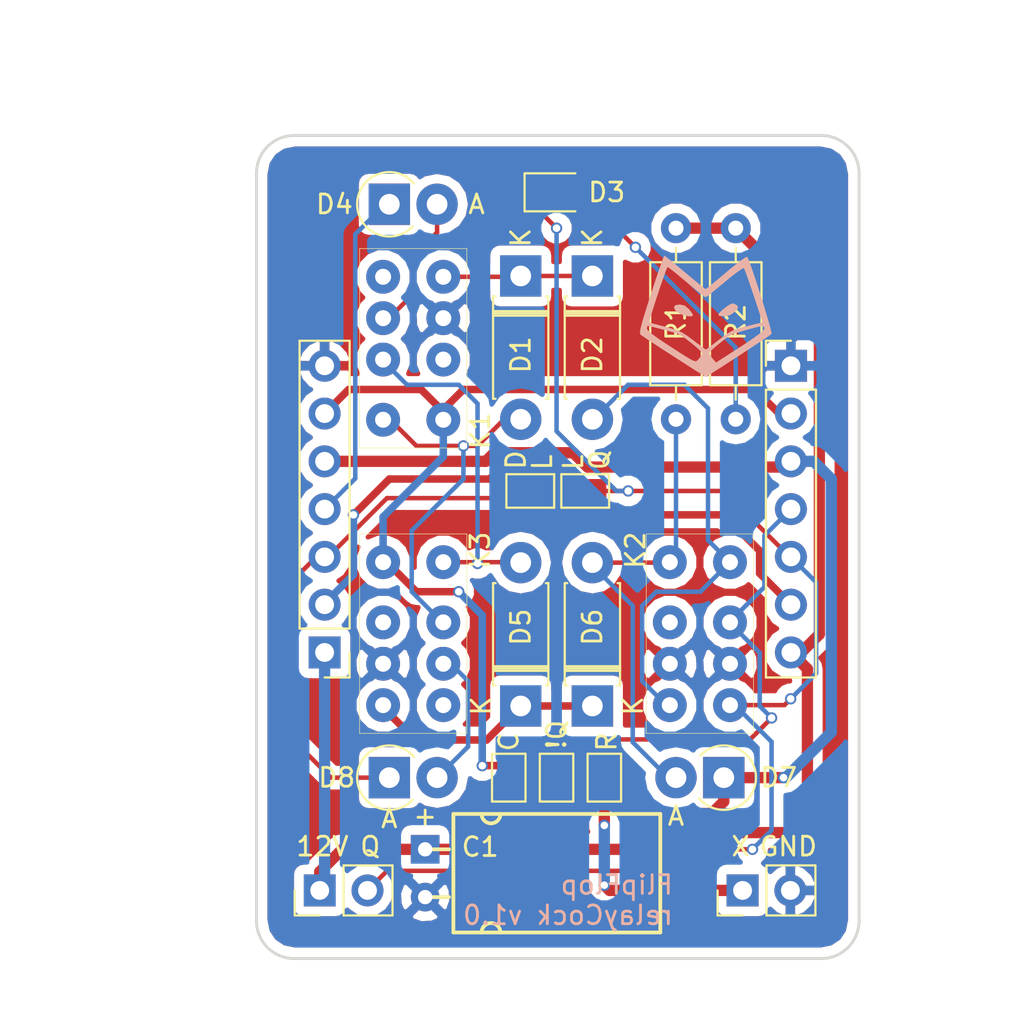
<source format=kicad_pcb>
(kicad_pcb (version 4) (host pcbnew 4.0.4+e1-6308~48~ubuntu16.04.1-stable)

  (general
    (links 49)
    (no_connects 0)
    (area 86.150001 93.3 140.750001 147.250001)
    (thickness 1.6)
    (drawings 22)
    (tracks 222)
    (zones 0)
    (modules 24)
    (nets 21)
  )

  (page A4)
  (layers
    (0 F.Cu signal)
    (31 B.Cu signal)
    (32 B.Adhes user)
    (33 F.Adhes user)
    (34 B.Paste user)
    (35 F.Paste user)
    (36 B.SilkS user)
    (37 F.SilkS user)
    (38 B.Mask user)
    (39 F.Mask user)
    (40 Dwgs.User user)
    (41 Cmts.User user)
    (42 Eco1.User user)
    (43 Eco2.User user)
    (44 Edge.Cuts user)
    (45 Margin user)
    (46 B.CrtYd user)
    (47 F.CrtYd user)
    (48 B.Fab user)
    (49 F.Fab user)
  )

  (setup
    (last_trace_width 0.24)
    (trace_clearance 0.2)
    (zone_clearance 0.508)
    (zone_45_only no)
    (trace_min 0.2)
    (segment_width 0.2)
    (edge_width 0.15)
    (via_size 0.6)
    (via_drill 0.4)
    (via_min_size 0.4)
    (via_min_drill 0.3)
    (uvia_size 0.3)
    (uvia_drill 0.1)
    (uvias_allowed no)
    (uvia_min_size 0)
    (uvia_min_drill 0)
    (pcb_text_width 0.3)
    (pcb_text_size 1.5 1.5)
    (mod_edge_width 0.15)
    (mod_text_size 1 1)
    (mod_text_width 0.15)
    (pad_size 1.7 1.7)
    (pad_drill 1)
    (pad_to_mask_clearance 0.2)
    (aux_axis_origin 100 100)
    (visible_elements FFFFFF7F)
    (pcbplotparams
      (layerselection 0x010f0_80000001)
      (usegerberextensions false)
      (excludeedgelayer true)
      (linewidth 0.100000)
      (plotframeref false)
      (viasonmask false)
      (mode 1)
      (useauxorigin false)
      (hpglpennumber 1)
      (hpglpenspeed 20)
      (hpglpendiameter 15)
      (hpglpenoverlay 2)
      (psnegative false)
      (psa4output false)
      (plotreference true)
      (plotvalue true)
      (plotinvisibletext false)
      (padsonsilk false)
      (subtractmaskfromsilk false)
      (outputformat 1)
      (mirror false)
      (drillshape 0)
      (scaleselection 1)
      (outputdirectory ""))
  )

  (net 0 "")
  (net 1 "Net-(D1-Pad1)")
  (net 2 "Net-(D1-Pad2)")
  (net 3 "Net-(D3-Pad2)")
  (net 4 "Net-(D4-Pad2)")
  (net 5 "Net-(D5-Pad1)")
  (net 6 "Net-(D5-Pad2)")
  (net 7 "Net-(D8-Pad2)")
  (net 8 +12V)
  (net 9 GND)
  (net 10 "Net-(D2-Pad2)")
  (net 11 "Net-(D6-Pad2)")
  (net 12 Q)
  (net 13 D)
  (net 14 RESET)
  (net 15 !D)
  (net 16 LOOP2)
  (net 17 CLK)
  (net 18 !Q)
  (net 19 "Net-(J4-Pad1)")
  (net 20 LOOP1)

  (net_class Default "This is the default net class."
    (clearance 0.2)
    (trace_width 0.24)
    (via_dia 0.6)
    (via_drill 0.4)
    (uvia_dia 0.3)
    (uvia_drill 0.1)
    (add_net !D)
    (add_net !Q)
    (add_net D)
    (add_net "Net-(D1-Pad1)")
    (add_net "Net-(D1-Pad2)")
    (add_net "Net-(D2-Pad2)")
    (add_net "Net-(D3-Pad2)")
    (add_net "Net-(D4-Pad2)")
    (add_net "Net-(D5-Pad2)")
    (add_net "Net-(D6-Pad2)")
    (add_net "Net-(D8-Pad2)")
    (add_net Q)
  )

  (net_class double ""
    (clearance 0.2)
    (trace_width 0.4)
    (via_dia 0.6)
    (via_drill 0.4)
    (uvia_dia 0.3)
    (uvia_drill 0.1)
    (add_net CLK)
    (add_net GND)
    (add_net LOOP1)
    (add_net LOOP2)
    (add_net "Net-(D5-Pad1)")
  )

  (net_class tripple ""
    (clearance 0.2)
    (trace_width 0.6)
    (via_dia 0.6)
    (via_drill 0.4)
    (uvia_dia 0.3)
    (uvia_drill 0.1)
    (add_net +12V)
    (add_net "Net-(J4-Pad1)")
    (add_net RESET)
  )

  (module Jumper:SolderJumper_01x02 (layer F.Cu) (tedit 5A5FAF81) (tstamp 5A551626)
    (at 118.49 134.135 90)
    (descr "2-pin solder bridge jumper")
    (tags "solder bridge jumper")
    (path /5A5A9988)
    (attr virtual)
    (fp_text reference JP1 (at -2.75 0 90) (layer F.SilkS) hide
      (effects (font (size 1 1) (thickness 0.15)))
    )
    (fp_text value Jumper (at 0 1.55 90) (layer F.Fab) hide
      (effects (font (size 1 1) (thickness 0.15)))
    )
    (fp_text user %R (at 0 0 90) (layer F.Fab)
      (effects (font (size 0.5 0.5) (thickness 0.075)))
    )
    (fp_line (start -1.45 -1.1) (end 1.5 -1.1) (layer F.CrtYd) (width 0.05))
    (fp_line (start 1.5 -1.1) (end 1.5 1.1) (layer F.CrtYd) (width 0.05))
    (fp_line (start 1.5 1.1) (end -1.45 1.1) (layer F.CrtYd) (width 0.05))
    (fp_line (start -1.45 1.1) (end -1.45 -1.1) (layer F.CrtYd) (width 0.05))
    (fp_line (start -1.27 0.89) (end 1.27 0.89) (layer F.SilkS) (width 0.12))
    (fp_line (start 1.27 -0.89) (end -1.27 -0.89) (layer F.SilkS) (width 0.12))
    (fp_line (start 1.27 -0.89) (end 1.27 0.89) (layer F.SilkS) (width 0.12))
    (fp_line (start -1.27 0.89) (end -1.27 -0.89) (layer F.SilkS) (width 0.12))
    (pad 1 smd rect (at -0.64 0 180) (size 1.27 0.97) (layers F.Cu F.Paste F.Mask)
      (net 19 "Net-(J4-Pad1)"))
    (pad 2 smd rect (at 0.64 0 180) (size 1.27 0.97) (layers F.Cu F.Paste F.Mask)
      (net 14 RESET))
  )

  (module Jumper:SolderJumper_01x02 (layer F.Cu) (tedit 5A5FAF74) (tstamp 5A55162C)
    (at 113.41 134.135 90)
    (descr "2-pin solder bridge jumper")
    (tags "solder bridge jumper")
    (path /5A5A9A24)
    (attr virtual)
    (fp_text reference JP2 (at -2.75 -0.5 90) (layer F.SilkS) hide
      (effects (font (size 1 1) (thickness 0.15)))
    )
    (fp_text value Jumper (at 0 1.55 90) (layer F.Fab) hide
      (effects (font (size 1 1) (thickness 0.15)))
    )
    (fp_text user %R (at 0 0 90) (layer F.Fab)
      (effects (font (size 0.5 0.5) (thickness 0.075)))
    )
    (fp_line (start -1.45 -1.1) (end 1.5 -1.1) (layer F.CrtYd) (width 0.05))
    (fp_line (start 1.5 -1.1) (end 1.5 1.1) (layer F.CrtYd) (width 0.05))
    (fp_line (start 1.5 1.1) (end -1.45 1.1) (layer F.CrtYd) (width 0.05))
    (fp_line (start -1.45 1.1) (end -1.45 -1.1) (layer F.CrtYd) (width 0.05))
    (fp_line (start -1.27 0.89) (end 1.27 0.89) (layer F.SilkS) (width 0.12))
    (fp_line (start 1.27 -0.89) (end -1.27 -0.89) (layer F.SilkS) (width 0.12))
    (fp_line (start 1.27 -0.89) (end 1.27 0.89) (layer F.SilkS) (width 0.12))
    (fp_line (start -1.27 0.89) (end -1.27 -0.89) (layer F.SilkS) (width 0.12))
    (pad 1 smd rect (at -0.64 0 180) (size 1.27 0.97) (layers F.Cu F.Paste F.Mask)
      (net 19 "Net-(J4-Pad1)"))
    (pad 2 smd rect (at 0.64 0 180) (size 1.27 0.97) (layers F.Cu F.Paste F.Mask)
      (net 17 CLK))
  )

  (module Jumper:SolderJumper_01x02 (layer F.Cu) (tedit 5A5FAF7A) (tstamp 5A551632)
    (at 115.95 134.135 90)
    (descr "2-pin solder bridge jumper")
    (tags "solder bridge jumper")
    (path /5A5CE666)
    (attr virtual)
    (fp_text reference JP3 (at 0 -1.78 90) (layer F.SilkS) hide
      (effects (font (size 1 1) (thickness 0.15)))
    )
    (fp_text value Jumper (at 0 1.55 90) (layer F.Fab) hide
      (effects (font (size 1 1) (thickness 0.15)))
    )
    (fp_text user %R (at 0 0 90) (layer F.Fab)
      (effects (font (size 0.5 0.5) (thickness 0.075)))
    )
    (fp_line (start -1.45 -1.1) (end 1.5 -1.1) (layer F.CrtYd) (width 0.05))
    (fp_line (start 1.5 -1.1) (end 1.5 1.1) (layer F.CrtYd) (width 0.05))
    (fp_line (start 1.5 1.1) (end -1.45 1.1) (layer F.CrtYd) (width 0.05))
    (fp_line (start -1.45 1.1) (end -1.45 -1.1) (layer F.CrtYd) (width 0.05))
    (fp_line (start -1.27 0.89) (end 1.27 0.89) (layer F.SilkS) (width 0.12))
    (fp_line (start 1.27 -0.89) (end -1.27 -0.89) (layer F.SilkS) (width 0.12))
    (fp_line (start 1.27 -0.89) (end 1.27 0.89) (layer F.SilkS) (width 0.12))
    (fp_line (start -1.27 0.89) (end -1.27 -0.89) (layer F.SilkS) (width 0.12))
    (pad 1 smd rect (at -0.64 0 180) (size 1.27 0.97) (layers F.Cu F.Paste F.Mask)
      (net 19 "Net-(J4-Pad1)"))
    (pad 2 smd rect (at 0.64 0 180) (size 1.27 0.97) (layers F.Cu F.Paste F.Mask)
      (net 18 !Q))
  )

  (module Jumper:SolderJumper_01x02 (layer F.Cu) (tedit 5A5FAF8D) (tstamp 5A551638)
    (at 117.474 118.895 180)
    (descr "2-pin solder bridge jumper")
    (tags "solder bridge jumper")
    (path /5A552D71)
    (attr virtual)
    (fp_text reference JP4 (at 0 -1.78 180) (layer F.SilkS) hide
      (effects (font (size 1 1) (thickness 0.15)))
    )
    (fp_text value Jumper (at 0 1.55 180) (layer F.Fab) hide
      (effects (font (size 1 1) (thickness 0.15)))
    )
    (fp_text user %R (at 0 0 180) (layer F.Fab)
      (effects (font (size 0.5 0.5) (thickness 0.075)))
    )
    (fp_line (start -1.45 -1.1) (end 1.5 -1.1) (layer F.CrtYd) (width 0.05))
    (fp_line (start 1.5 -1.1) (end 1.5 1.1) (layer F.CrtYd) (width 0.05))
    (fp_line (start 1.5 1.1) (end -1.45 1.1) (layer F.CrtYd) (width 0.05))
    (fp_line (start -1.45 1.1) (end -1.45 -1.1) (layer F.CrtYd) (width 0.05))
    (fp_line (start -1.27 0.89) (end 1.27 0.89) (layer F.SilkS) (width 0.12))
    (fp_line (start 1.27 -0.89) (end -1.27 -0.89) (layer F.SilkS) (width 0.12))
    (fp_line (start 1.27 -0.89) (end 1.27 0.89) (layer F.SilkS) (width 0.12))
    (fp_line (start -1.27 0.89) (end -1.27 -0.89) (layer F.SilkS) (width 0.12))
    (pad 1 smd rect (at -0.64 0 270) (size 1.27 0.97) (layers F.Cu F.Paste F.Mask)
      (net 12 Q))
    (pad 2 smd rect (at 0.64 0 270) (size 1.27 0.97) (layers F.Cu F.Paste F.Mask)
      (net 20 LOOP1))
  )

  (module Resistor_THT:R_Axial_DIN0207_L6.3mm_D2.5mm_P10.16mm_Horizontal (layer F.Cu) (tedit 5A5FAFAA) (tstamp 5A55166E)
    (at 122.3 104.925 270)
    (descr "Resistor, Axial_DIN0207 series, Axial, Horizontal, pin pitch=10.16mm, 0.25W = 1/4W, length*diameter=6.3*2.5mm^2, http://cdn-reichelt.de/documents/datenblatt/B400/1_4W%23YAG.pdf")
    (tags "Resistor Axial_DIN0207 series Axial Horizontal pin pitch 10.16mm 0.25W = 1/4W length 6.3mm diameter 2.5mm")
    (path /5A551042)
    (fp_text reference R1 (at 5 0 270) (layer F.SilkS)
      (effects (font (size 1 1) (thickness 0.15)))
    )
    (fp_text value 220R (at 5.08 0 270) (layer F.Fab) hide
      (effects (font (size 1 1) (thickness 0.15)))
    )
    (fp_line (start 1.93 -1.25) (end 1.93 1.25) (layer F.Fab) (width 0.1))
    (fp_line (start 1.93 1.25) (end 8.23 1.25) (layer F.Fab) (width 0.1))
    (fp_line (start 8.23 1.25) (end 8.23 -1.25) (layer F.Fab) (width 0.1))
    (fp_line (start 8.23 -1.25) (end 1.93 -1.25) (layer F.Fab) (width 0.1))
    (fp_line (start 0 0) (end 1.93 0) (layer F.Fab) (width 0.1))
    (fp_line (start 10.16 0) (end 8.23 0) (layer F.Fab) (width 0.1))
    (fp_line (start 1.81 -1.37) (end 1.81 1.37) (layer F.SilkS) (width 0.12))
    (fp_line (start 1.81 1.37) (end 8.35 1.37) (layer F.SilkS) (width 0.12))
    (fp_line (start 8.35 1.37) (end 8.35 -1.37) (layer F.SilkS) (width 0.12))
    (fp_line (start 8.35 -1.37) (end 1.81 -1.37) (layer F.SilkS) (width 0.12))
    (fp_line (start 1.04 0) (end 1.81 0) (layer F.SilkS) (width 0.12))
    (fp_line (start 9.12 0) (end 8.35 0) (layer F.SilkS) (width 0.12))
    (fp_line (start -1.05 -1.65) (end -1.05 1.65) (layer F.CrtYd) (width 0.05))
    (fp_line (start -1.05 1.65) (end 11.25 1.65) (layer F.CrtYd) (width 0.05))
    (fp_line (start 11.25 1.65) (end 11.25 -1.65) (layer F.CrtYd) (width 0.05))
    (fp_line (start 11.25 -1.65) (end -1.05 -1.65) (layer F.CrtYd) (width 0.05))
    (fp_text user %R (at 5.08 0 270) (layer F.Fab)
      (effects (font (size 1 1) (thickness 0.15)))
    )
    (pad 1 thru_hole circle (at 0 0 270) (size 1.6 1.6) (drill 0.8) (layers *.Cu *.Mask)
      (net 8 +12V))
    (pad 2 thru_hole oval (at 10.16 0 270) (size 1.6 1.6) (drill 0.8) (layers *.Cu *.Mask)
      (net 11 "Net-(D6-Pad2)"))
    (model ${KISYS3DMOD}/Resistor_THT.3dshapes/R_Axial_DIN0207_L6.3mm_D2.5mm_P10.16mm_Horizontal.wrl
      (at (xyz 0 0 0))
      (scale (xyz 1 1 1))
      (rotate (xyz 0 0 0))
    )
  )

  (module Resistor_THT:R_Axial_DIN0207_L6.3mm_D2.5mm_P10.16mm_Horizontal (layer F.Cu) (tedit 5A5FAEC8) (tstamp 5A551674)
    (at 125.475 104.925 270)
    (descr "Resistor, Axial_DIN0207 series, Axial, Horizontal, pin pitch=10.16mm, 0.25W = 1/4W, length*diameter=6.3*2.5mm^2, http://cdn-reichelt.de/documents/datenblatt/B400/1_4W%23YAG.pdf")
    (tags "Resistor Axial_DIN0207 series Axial Horizontal pin pitch 10.16mm 0.25W = 1/4W length 6.3mm diameter 2.5mm")
    (path /5A551E22)
    (fp_text reference R2 (at 5 0 270) (layer F.SilkS)
      (effects (font (size 1 1) (thickness 0.15)))
    )
    (fp_text value R (at 3.429 0 270) (layer F.Fab) hide
      (effects (font (size 1 1) (thickness 0.15)))
    )
    (fp_line (start 1.93 -1.25) (end 1.93 1.25) (layer F.Fab) (width 0.1))
    (fp_line (start 1.93 1.25) (end 8.23 1.25) (layer F.Fab) (width 0.1))
    (fp_line (start 8.23 1.25) (end 8.23 -1.25) (layer F.Fab) (width 0.1))
    (fp_line (start 8.23 -1.25) (end 1.93 -1.25) (layer F.Fab) (width 0.1))
    (fp_line (start 0 0) (end 1.93 0) (layer F.Fab) (width 0.1))
    (fp_line (start 10.16 0) (end 8.23 0) (layer F.Fab) (width 0.1))
    (fp_line (start 1.81 -1.37) (end 1.81 1.37) (layer F.SilkS) (width 0.12))
    (fp_line (start 1.81 1.37) (end 8.35 1.37) (layer F.SilkS) (width 0.12))
    (fp_line (start 8.35 1.37) (end 8.35 -1.37) (layer F.SilkS) (width 0.12))
    (fp_line (start 8.35 -1.37) (end 1.81 -1.37) (layer F.SilkS) (width 0.12))
    (fp_line (start 1.04 0) (end 1.81 0) (layer F.SilkS) (width 0.12))
    (fp_line (start 9.12 0) (end 8.35 0) (layer F.SilkS) (width 0.12))
    (fp_line (start -1.05 -1.65) (end -1.05 1.65) (layer F.CrtYd) (width 0.05))
    (fp_line (start -1.05 1.65) (end 11.25 1.65) (layer F.CrtYd) (width 0.05))
    (fp_line (start 11.25 1.65) (end 11.25 -1.65) (layer F.CrtYd) (width 0.05))
    (fp_line (start 11.25 -1.65) (end -1.05 -1.65) (layer F.CrtYd) (width 0.05))
    (fp_text user %R (at 5.08 0 270) (layer F.Fab)
      (effects (font (size 1 1) (thickness 0.15)))
    )
    (pad 1 thru_hole circle (at 0 0 270) (size 1.6 1.6) (drill 0.8) (layers *.Cu *.Mask)
      (net 8 +12V))
    (pad 2 thru_hole oval (at 10.16 0 270) (size 1.6 1.6) (drill 0.8) (layers *.Cu *.Mask)
      (net 3 "Net-(D3-Pad2)"))
    (model ${KISYS3DMOD}/Resistor_THT.3dshapes/R_Axial_DIN0207_L6.3mm_D2.5mm_P10.16mm_Horizontal.wrl
      (at (xyz 0 0 0))
      (scale (xyz 1 1 1))
      (rotate (xyz 0 0 0))
    )
  )

  (module Jumper:SolderJumper_01x02 (layer F.Cu) (tedit 5A5FB016) (tstamp 5A59E25A)
    (at 114.553 118.895)
    (descr "2-pin solder bridge jumper")
    (tags "solder bridge jumper")
    (path /5A552E00)
    (attr virtual)
    (fp_text reference JP5 (at 0 -1.78) (layer F.SilkS) hide
      (effects (font (size 1 1) (thickness 0.15)))
    )
    (fp_text value Jumper (at 0 1.55) (layer F.Fab) hide
      (effects (font (size 1 1) (thickness 0.15)))
    )
    (fp_text user %R (at 0 0) (layer F.Fab)
      (effects (font (size 0.5 0.5) (thickness 0.075)))
    )
    (fp_line (start -1.45 -1.1) (end 1.5 -1.1) (layer F.CrtYd) (width 0.05))
    (fp_line (start 1.5 -1.1) (end 1.5 1.1) (layer F.CrtYd) (width 0.05))
    (fp_line (start 1.5 1.1) (end -1.45 1.1) (layer F.CrtYd) (width 0.05))
    (fp_line (start -1.45 1.1) (end -1.45 -1.1) (layer F.CrtYd) (width 0.05))
    (fp_line (start -1.27 0.89) (end 1.27 0.89) (layer F.SilkS) (width 0.12))
    (fp_line (start 1.27 -0.89) (end -1.27 -0.89) (layer F.SilkS) (width 0.12))
    (fp_line (start 1.27 -0.89) (end 1.27 0.89) (layer F.SilkS) (width 0.12))
    (fp_line (start -1.27 0.89) (end -1.27 -0.89) (layer F.SilkS) (width 0.12))
    (pad 1 smd rect (at -0.64 0 90) (size 1.27 0.97) (layers F.Cu F.Paste F.Mask)
      (net 13 D))
    (pad 2 smd rect (at 0.64 0 90) (size 1.27 0.97) (layers F.Cu F.Paste F.Mask)
      (net 16 LOOP2))
  )

  (module Diode_THT:D_DO-41_SOD81_P2.54mm_Vertical_AnodeUp (layer F.Cu) (tedit 5A5FB764) (tstamp 5A59E785)
    (at 107.06 103.655)
    (descr "D, DO-41_SOD81 series, Axial, Vertical, pin pitch=2.54mm, , length*diameter=5.2*2.7mm^2, , http://www.diodes.com/_files/packages/DO-41%20(Plastic).pdf")
    (tags "D DO-41_SOD81 series Axial Vertical pin pitch 2.54mm  length 5.2mm diameter 2.7mm")
    (path /5A59BFC9)
    (fp_text reference D4 (at -2.921 0) (layer F.SilkS)
      (effects (font (size 1 1) (thickness 0.15)))
    )
    (fp_text value D (at 1.27 3.639635) (layer F.Fab)
      (effects (font (size 1 1) (thickness 0.15)))
    )
    (fp_arc (start 0 0) (end 1.311153 -1.1) (angle -276.998058) (layer F.SilkS) (width 0.12))
    (fp_circle (center 0 0) (end 1.35 0) (layer F.Fab) (width 0.1))
    (fp_line (start 0 0) (end 2.54 0) (layer F.Fab) (width 0.1))
    (fp_line (start -1.75 -2.05) (end -1.75 2.05) (layer F.CrtYd) (width 0.05))
    (fp_line (start -1.75 2.05) (end 4.05 2.05) (layer F.CrtYd) (width 0.05))
    (fp_line (start 4.05 2.05) (end 4.05 -2.05) (layer F.CrtYd) (width 0.05))
    (fp_line (start 4.05 -2.05) (end -1.75 -2.05) (layer F.CrtYd) (width 0.05))
    (fp_text user %R (at -2.921 0) (layer F.Fab)
      (effects (font (size 1 1) (thickness 0.15)))
    )
    (fp_text user A (at 4.64 0) (layer F.Fab)
      (effects (font (size 1 1) (thickness 0.15)))
    )
    (fp_text user A (at 4.64 0) (layer F.SilkS)
      (effects (font (size 1 1) (thickness 0.15)))
    )
    (pad 1 thru_hole rect (at 0 0) (size 2.2 2.2) (drill 1.1) (layers *.Cu *.Mask)
      (net 15 !D))
    (pad 2 thru_hole oval (at 2.54 0) (size 2.2 2.2) (drill 1.1) (layers *.Cu *.Mask)
      (net 4 "Net-(D4-Pad2)"))
    (model ${KISYS3DMOD}/Diode_THT.3dshapes/D_DO-41_SOD81_P2.54mm_Vertical_AnodeUp.wrl
      (at (xyz 0 0 0))
      (scale (xyz 1 1 1))
      (rotate (xyz 0 0 0))
    )
  )

  (module Diode_THT:D_DO-41_SOD81_P2.54mm_Vertical_AnodeUp (layer F.Cu) (tedit 5A5FB14D) (tstamp 5A59E78A)
    (at 124.84 134.135 180)
    (descr "D, DO-41_SOD81 series, Axial, Vertical, pin pitch=2.54mm, , length*diameter=5.2*2.7mm^2, , http://www.diodes.com/_files/packages/DO-41%20(Plastic).pdf")
    (tags "D DO-41_SOD81 series Axial Vertical pin pitch 2.54mm  length 5.2mm diameter 2.7mm")
    (path /5A59BEE2)
    (fp_text reference D7 (at -2.921 0 180) (layer F.SilkS)
      (effects (font (size 1 1) (thickness 0.15)))
    )
    (fp_text value D (at 1.27 3.639635 180) (layer F.Fab) hide
      (effects (font (size 1 1) (thickness 0.15)))
    )
    (fp_arc (start 0 0) (end 1.311153 -1.1) (angle -276.998058) (layer F.SilkS) (width 0.12))
    (fp_circle (center 0 0) (end 1.35 0) (layer F.Fab) (width 0.1))
    (fp_line (start 0 0) (end 2.54 0) (layer F.Fab) (width 0.1))
    (fp_line (start -1.75 -2.05) (end -1.75 2.05) (layer F.CrtYd) (width 0.05))
    (fp_line (start -1.75 2.05) (end 4.05 2.05) (layer F.CrtYd) (width 0.05))
    (fp_line (start 4.05 2.05) (end 4.05 -2.05) (layer F.CrtYd) (width 0.05))
    (fp_line (start 4.05 -2.05) (end -1.75 -2.05) (layer F.CrtYd) (width 0.05))
    (fp_text user %R (at -2.921 0 180) (layer F.Fab)
      (effects (font (size 1 1) (thickness 0.15)))
    )
    (fp_text user A (at 2.54 -2.032 180) (layer F.Fab)
      (effects (font (size 1 1) (thickness 0.15)))
    )
    (fp_text user A (at 2.54 -2.032 180) (layer F.SilkS)
      (effects (font (size 1 1) (thickness 0.15)))
    )
    (pad 1 thru_hole rect (at 0 0 180) (size 2.2 2.2) (drill 1.1) (layers *.Cu *.Mask)
      (net 14 RESET))
    (pad 2 thru_hole oval (at 2.54 0 180) (size 2.2 2.2) (drill 1.1) (layers *.Cu *.Mask)
      (net 11 "Net-(D6-Pad2)"))
    (model ${KISYS3DMOD}/Diode_THT.3dshapes/D_DO-41_SOD81_P2.54mm_Vertical_AnodeUp.wrl
      (at (xyz 0 0 0))
      (scale (xyz 1 1 1))
      (rotate (xyz 0 0 0))
    )
  )

  (module Diode_THT:D_DO-41_SOD81_P2.54mm_Vertical_AnodeUp (layer F.Cu) (tedit 5A5FB157) (tstamp 5A59E78F)
    (at 107.06 134.135)
    (descr "D, DO-41_SOD81 series, Axial, Vertical, pin pitch=2.54mm, , length*diameter=5.2*2.7mm^2, , http://www.diodes.com/_files/packages/DO-41%20(Plastic).pdf")
    (tags "D DO-41_SOD81 series Axial Vertical pin pitch 2.54mm  length 5.2mm diameter 2.7mm")
    (path /5A59C035)
    (fp_text reference D8 (at -2.794 0) (layer F.SilkS)
      (effects (font (size 1 1) (thickness 0.15)))
    )
    (fp_text value D (at 1.27 3.639635) (layer F.Fab) hide
      (effects (font (size 1 1) (thickness 0.15)))
    )
    (fp_arc (start 0 0) (end 1.311153 -1.1) (angle -276.998058) (layer F.SilkS) (width 0.12))
    (fp_circle (center 0 0) (end 1.35 0) (layer F.Fab) (width 0.1))
    (fp_line (start 0 0) (end 2.54 0) (layer F.Fab) (width 0.1))
    (fp_line (start -1.75 -2.05) (end -1.75 2.05) (layer F.CrtYd) (width 0.05))
    (fp_line (start -1.75 2.05) (end 4.05 2.05) (layer F.CrtYd) (width 0.05))
    (fp_line (start 4.05 2.05) (end 4.05 -2.05) (layer F.CrtYd) (width 0.05))
    (fp_line (start 4.05 -2.05) (end -1.75 -2.05) (layer F.CrtYd) (width 0.05))
    (fp_text user %R (at -2.794 0) (layer F.Fab)
      (effects (font (size 1 1) (thickness 0.15)))
    )
    (fp_text user A (at 0 2.159) (layer F.Fab)
      (effects (font (size 1 1) (thickness 0.15)))
    )
    (fp_text user A (at 0 2.159) (layer F.SilkS)
      (effects (font (size 1 1) (thickness 0.15)))
    )
    (pad 1 thru_hole rect (at 0 0) (size 2.2 2.2) (drill 1.1) (layers *.Cu *.Mask)
      (net 13 D))
    (pad 2 thru_hole oval (at 2.54 0) (size 2.2 2.2) (drill 1.1) (layers *.Cu *.Mask)
      (net 7 "Net-(D8-Pad2)"))
    (model ${KISYS3DMOD}/Diode_THT.3dshapes/D_DO-41_SOD81_P2.54mm_Vertical_AnodeUp.wrl
      (at (xyz 0 0 0))
      (scale (xyz 1 1 1))
      (rotate (xyz 0 0 0))
    )
  )

  (module Connector_PinHeader_2.54mm:PinHeader_1x07_P2.54mm_Vertical (layer F.Cu) (tedit 5A647D5C) (tstamp 5A5B325A)
    (at 103.62 127.48 180)
    (descr "Through hole straight pin header, 1x07, 2.54mm pitch, single row")
    (tags "Through hole pin header THT 1x07 2.54mm single row")
    (path /5A554508)
    (fp_text reference J1 (at -0.011 17.475 180) (layer F.SilkS) hide
      (effects (font (size 1 1) (thickness 0.15)))
    )
    (fp_text value Conn_01x07 (at 0 17.57 180) (layer F.Fab) hide
      (effects (font (size 1 1) (thickness 0.15)))
    )
    (fp_line (start -0.635 -1.27) (end 1.27 -1.27) (layer F.Fab) (width 0.1))
    (fp_line (start 1.27 -1.27) (end 1.27 16.51) (layer F.Fab) (width 0.1))
    (fp_line (start 1.27 16.51) (end -1.27 16.51) (layer F.Fab) (width 0.1))
    (fp_line (start -1.27 16.51) (end -1.27 -0.635) (layer F.Fab) (width 0.1))
    (fp_line (start -1.27 -0.635) (end -0.635 -1.27) (layer F.Fab) (width 0.1))
    (fp_line (start -1.33 16.57) (end 1.33 16.57) (layer F.SilkS) (width 0.12))
    (fp_line (start -1.33 1.27) (end -1.33 16.57) (layer F.SilkS) (width 0.12))
    (fp_line (start 1.33 1.27) (end 1.33 16.57) (layer F.SilkS) (width 0.12))
    (fp_line (start -1.33 1.27) (end 1.33 1.27) (layer F.SilkS) (width 0.12))
    (fp_line (start -1.33 0) (end -1.33 -1.33) (layer F.SilkS) (width 0.12))
    (fp_line (start -1.33 -1.33) (end 0 -1.33) (layer F.SilkS) (width 0.12))
    (fp_line (start -1.8 -1.8) (end -1.8 17.05) (layer F.CrtYd) (width 0.05))
    (fp_line (start -1.8 17.05) (end 1.8 17.05) (layer F.CrtYd) (width 0.05))
    (fp_line (start 1.8 17.05) (end 1.8 -1.8) (layer F.CrtYd) (width 0.05))
    (fp_line (start 1.8 -1.8) (end -1.8 -1.8) (layer F.CrtYd) (width 0.05))
    (fp_text user %R (at 0 7.62 270) (layer F.Fab)
      (effects (font (size 1 1) (thickness 0.15)))
    )
    (pad 1 thru_hole rect (at 0 0 180) (size 1.7 1.7) (drill 1) (layers *.Cu *.Mask)
      (net 8 +12V))
    (pad 2 thru_hole oval (at 0 2.54 180) (size 1.7 1.7) (drill 1) (layers *.Cu *.Mask)
      (net 20 LOOP1))
    (pad 3 thru_hole oval (at 0 5.08 180) (size 1.7 1.7) (drill 1) (layers *.Cu *.Mask)
      (net 13 D))
    (pad 4 thru_hole oval (at 0 7.62 180) (size 1.7 1.7) (drill 1) (layers *.Cu *.Mask)
      (net 15 !D))
    (pad 5 thru_hole oval (at 0 10.16 180) (size 1.7 1.7) (drill 1) (layers *.Cu *.Mask)
      (net 14 RESET))
    (pad 6 thru_hole oval (at 0 12.7 180) (size 1.7 1.7) (drill 1) (layers *.Cu *.Mask)
      (net 17 CLK))
    (pad 7 thru_hole oval (at 0 15.24 180) (size 1.7 1.7) (drill 1) (layers *.Cu *.Mask)
      (net 9 GND))
    (model Pin_Headers.3dshapes/Pin_Header_Straight_1x07_Pitch2.54mm.wrl
      (at (xyz 0 0 0))
      (scale (xyz 1 1 1))
      (rotate (xyz 0 0 0))
    )
  )

  (module Connector_PinHeader_2.54mm:PinHeader_1x07_P2.54mm_Vertical (layer F.Cu) (tedit 5A647D3E) (tstamp 5A5B3274)
    (at 128.41 112.24)
    (descr "Through hole straight pin header, 1x07, 2.54mm pitch, single row")
    (tags "Through hole pin header THT 1x07 2.54mm single row")
    (path /5A5545A7)
    (fp_text reference J2 (at 0 -2.33) (layer F.SilkS) hide
      (effects (font (size 1 1) (thickness 0.15)))
    )
    (fp_text value Conn_01x07 (at 0 17.57) (layer F.Fab) hide
      (effects (font (size 1 1) (thickness 0.15)))
    )
    (fp_line (start -0.635 -1.27) (end 1.27 -1.27) (layer F.Fab) (width 0.1))
    (fp_line (start 1.27 -1.27) (end 1.27 16.51) (layer F.Fab) (width 0.1))
    (fp_line (start 1.27 16.51) (end -1.27 16.51) (layer F.Fab) (width 0.1))
    (fp_line (start -1.27 16.51) (end -1.27 -0.635) (layer F.Fab) (width 0.1))
    (fp_line (start -1.27 -0.635) (end -0.635 -1.27) (layer F.Fab) (width 0.1))
    (fp_line (start -1.33 16.57) (end 1.33 16.57) (layer F.SilkS) (width 0.12))
    (fp_line (start -1.33 1.27) (end -1.33 16.57) (layer F.SilkS) (width 0.12))
    (fp_line (start 1.33 1.27) (end 1.33 16.57) (layer F.SilkS) (width 0.12))
    (fp_line (start -1.33 1.27) (end 1.33 1.27) (layer F.SilkS) (width 0.12))
    (fp_line (start -1.33 0) (end -1.33 -1.33) (layer F.SilkS) (width 0.12))
    (fp_line (start -1.33 -1.33) (end 0 -1.33) (layer F.SilkS) (width 0.12))
    (fp_line (start -1.8 -1.8) (end -1.8 17.05) (layer F.CrtYd) (width 0.05))
    (fp_line (start -1.8 17.05) (end 1.8 17.05) (layer F.CrtYd) (width 0.05))
    (fp_line (start 1.8 17.05) (end 1.8 -1.8) (layer F.CrtYd) (width 0.05))
    (fp_line (start 1.8 -1.8) (end -1.8 -1.8) (layer F.CrtYd) (width 0.05))
    (fp_text user %R (at 0 7.62 90) (layer F.Fab)
      (effects (font (size 1 1) (thickness 0.15)))
    )
    (pad 1 thru_hole rect (at 0 0) (size 1.7 1.7) (drill 1) (layers *.Cu *.Mask)
      (net 9 GND))
    (pad 2 thru_hole oval (at 0 2.54) (size 1.7 1.7) (drill 1) (layers *.Cu *.Mask)
      (net 17 CLK))
    (pad 3 thru_hole oval (at 0 5.08) (size 1.7 1.7) (drill 1) (layers *.Cu *.Mask)
      (net 14 RESET))
    (pad 4 thru_hole oval (at 0 7.62) (size 1.7 1.7) (drill 1) (layers *.Cu *.Mask)
      (net 18 !Q))
    (pad 5 thru_hole oval (at 0 10.16) (size 1.7 1.7) (drill 1) (layers *.Cu *.Mask)
      (net 12 Q))
    (pad 6 thru_hole oval (at 0 12.7) (size 1.7 1.7) (drill 1) (layers *.Cu *.Mask)
      (net 16 LOOP2))
    (pad 7 thru_hole oval (at 0 15.24) (size 1.7 1.7) (drill 1) (layers *.Cu *.Mask)
      (net 8 +12V))
    (model Pin_Headers.3dshapes/Pin_Header_Straight_1x07_Pitch2.54mm.wrl
      (at (xyz 0 0 0))
      (scale (xyz 1 1 1))
      (rotate (xyz 0 0 0))
    )
  )

  (module Connector_PinHeader_2.54mm:PinHeader_1x02_P2.54mm_Vertical (layer F.Cu) (tedit 5A647D72) (tstamp 5A5B328E)
    (at 103.36 140.13 90)
    (descr "Through hole straight pin header, 1x02, 2.54mm pitch, single row")
    (tags "Through hole pin header THT 1x02 2.54mm single row")
    (path /5A57CA1A)
    (fp_text reference J3 (at 2.185 -0.999 180) (layer F.SilkS) hide
      (effects (font (size 1 1) (thickness 0.15)))
    )
    (fp_text value Conn_01x02 (at 0 4.87 90) (layer F.Fab) hide
      (effects (font (size 1 1) (thickness 0.15)))
    )
    (fp_line (start -0.635 -1.27) (end 1.27 -1.27) (layer F.Fab) (width 0.1))
    (fp_line (start 1.27 -1.27) (end 1.27 3.81) (layer F.Fab) (width 0.1))
    (fp_line (start 1.27 3.81) (end -1.27 3.81) (layer F.Fab) (width 0.1))
    (fp_line (start -1.27 3.81) (end -1.27 -0.635) (layer F.Fab) (width 0.1))
    (fp_line (start -1.27 -0.635) (end -0.635 -1.27) (layer F.Fab) (width 0.1))
    (fp_line (start -1.33 3.87) (end 1.33 3.87) (layer F.SilkS) (width 0.12))
    (fp_line (start -1.33 1.27) (end -1.33 3.87) (layer F.SilkS) (width 0.12))
    (fp_line (start 1.33 1.27) (end 1.33 3.87) (layer F.SilkS) (width 0.12))
    (fp_line (start -1.33 1.27) (end 1.33 1.27) (layer F.SilkS) (width 0.12))
    (fp_line (start -1.33 0) (end -1.33 -1.33) (layer F.SilkS) (width 0.12))
    (fp_line (start -1.33 -1.33) (end 0 -1.33) (layer F.SilkS) (width 0.12))
    (fp_line (start -1.8 -1.8) (end -1.8 4.35) (layer F.CrtYd) (width 0.05))
    (fp_line (start -1.8 4.35) (end 1.8 4.35) (layer F.CrtYd) (width 0.05))
    (fp_line (start 1.8 4.35) (end 1.8 -1.8) (layer F.CrtYd) (width 0.05))
    (fp_line (start 1.8 -1.8) (end -1.8 -1.8) (layer F.CrtYd) (width 0.05))
    (fp_text user %R (at 0 1.27 180) (layer F.Fab)
      (effects (font (size 1 1) (thickness 0.15)))
    )
    (pad 1 thru_hole rect (at 0 0 90) (size 1.7 1.7) (drill 1) (layers *.Cu *.Mask)
      (net 8 +12V))
    (pad 2 thru_hole oval (at 0 2.54 90) (size 1.7 1.7) (drill 1) (layers *.Cu *.Mask)
      (net 12 Q))
    (model ${KISYS3DMOD}/Connector_PinHeader_2.54mm.3dshapes/PinHeader_1x02_P2.54mm_Vertical.wrl
      (at (xyz 0 0 0))
      (scale (xyz 1 1 1))
      (rotate (xyz 0 0 0))
    )
  )

  (module Connector_PinHeader_2.54mm:PinHeader_1x02_P2.54mm_Vertical (layer F.Cu) (tedit 5A647D99) (tstamp 5A5B32A3)
    (at 125.84 140.13 90)
    (descr "Through hole straight pin header, 1x02, 2.54mm pitch, single row")
    (tags "Through hole pin header THT 1x02 2.54mm single row")
    (path /5A5A97CE)
    (fp_text reference J4 (at 2.185 -1 180) (layer F.SilkS) hide
      (effects (font (size 1 1) (thickness 0.15)))
    )
    (fp_text value Conn_01x02 (at 0 4.87 90) (layer F.Fab) hide
      (effects (font (size 1 1) (thickness 0.15)))
    )
    (fp_line (start -0.635 -1.27) (end 1.27 -1.27) (layer F.Fab) (width 0.1))
    (fp_line (start 1.27 -1.27) (end 1.27 3.81) (layer F.Fab) (width 0.1))
    (fp_line (start 1.27 3.81) (end -1.27 3.81) (layer F.Fab) (width 0.1))
    (fp_line (start -1.27 3.81) (end -1.27 -0.635) (layer F.Fab) (width 0.1))
    (fp_line (start -1.27 -0.635) (end -0.635 -1.27) (layer F.Fab) (width 0.1))
    (fp_line (start -1.33 3.87) (end 1.33 3.87) (layer F.SilkS) (width 0.12))
    (fp_line (start -1.33 1.27) (end -1.33 3.87) (layer F.SilkS) (width 0.12))
    (fp_line (start 1.33 1.27) (end 1.33 3.87) (layer F.SilkS) (width 0.12))
    (fp_line (start -1.33 1.27) (end 1.33 1.27) (layer F.SilkS) (width 0.12))
    (fp_line (start -1.33 0) (end -1.33 -1.33) (layer F.SilkS) (width 0.12))
    (fp_line (start -1.33 -1.33) (end 0 -1.33) (layer F.SilkS) (width 0.12))
    (fp_line (start -1.8 -1.8) (end -1.8 4.35) (layer F.CrtYd) (width 0.05))
    (fp_line (start -1.8 4.35) (end 1.8 4.35) (layer F.CrtYd) (width 0.05))
    (fp_line (start 1.8 4.35) (end 1.8 -1.8) (layer F.CrtYd) (width 0.05))
    (fp_line (start 1.8 -1.8) (end -1.8 -1.8) (layer F.CrtYd) (width 0.05))
    (fp_text user %R (at 0 1.27 180) (layer F.Fab)
      (effects (font (size 1 1) (thickness 0.15)))
    )
    (pad 1 thru_hole rect (at 0 0 90) (size 1.7 1.7) (drill 1) (layers *.Cu *.Mask)
      (net 19 "Net-(J4-Pad1)"))
    (pad 2 thru_hole oval (at 0 2.54 90) (size 1.7 1.7) (drill 1) (layers *.Cu *.Mask)
      (net 9 GND))
    (model ${KISYS3DMOD}/Connector_PinHeader_2.54mm.3dshapes/PinHeader_1x02_P2.54mm_Vertical.wrl
      (at (xyz 0 0 0))
      (scale (xyz 1 1 1))
      (rotate (xyz 0 0 0))
    )
  )

  (module LED_SMD:LED_0805_2012Metric_Pad0.97x1.50mm_HandSolder (layer F.Cu) (tedit 5A5FAEAF) (tstamp 5A5B8949)
    (at 115.95 103.02)
    (descr "LED SMD 0805 (2012 Metric), square (rectangular) end terminal, IPC_7351 nominal, (Body size source: http://www.tortai-tech.com/upload/download/2011102023233369053.pdf), generated with kicad-footprint-generator")
    (tags "LED handsolder")
    (path /5A551E38)
    (attr smd)
    (fp_text reference D3 (at 2.667 0) (layer F.SilkS)
      (effects (font (size 1 1) (thickness 0.15)))
    )
    (fp_text value LED (at 0 1.85) (layer F.Fab)
      (effects (font (size 1 1) (thickness 0.15)))
    )
    (fp_line (start 1 -0.6) (end -0.7 -0.6) (layer F.Fab) (width 0.1))
    (fp_line (start -0.7 -0.6) (end -1 -0.3) (layer F.Fab) (width 0.1))
    (fp_line (start -1 -0.3) (end -1 0.6) (layer F.Fab) (width 0.1))
    (fp_line (start -1 0.6) (end 1 0.6) (layer F.Fab) (width 0.1))
    (fp_line (start 1 0.6) (end 1 -0.6) (layer F.Fab) (width 0.1))
    (fp_line (start 1 -1.01) (end -1.7 -1.01) (layer F.SilkS) (width 0.12))
    (fp_line (start -1.7 -1.01) (end -1.7 1.01) (layer F.SilkS) (width 0.12))
    (fp_line (start -1.7 1.01) (end 1 1.01) (layer F.SilkS) (width 0.12))
    (fp_line (start -1.69 1) (end -1.69 -1) (layer F.CrtYd) (width 0.05))
    (fp_line (start -1.69 -1) (end 1.69 -1) (layer F.CrtYd) (width 0.05))
    (fp_line (start 1.69 -1) (end 1.69 1) (layer F.CrtYd) (width 0.05))
    (fp_line (start 1.69 1) (end -1.69 1) (layer F.CrtYd) (width 0.05))
    (fp_text user %R (at 0 0) (layer F.Fab)
      (effects (font (size 0.5 0.5) (thickness 0.08)))
    )
    (pad 1 smd rect (at -0.955 0) (size 0.97 1.5) (layers F.Cu F.Paste F.Mask)
      (net 12 Q))
    (pad 2 smd rect (at 0.955 0) (size 0.97 1.5) (layers F.Cu F.Paste F.Mask)
      (net 3 "Net-(D3-Pad2)"))
    (model LEDs.3dshapes/LED_0805.wrl
      (at (xyz 0 0 0))
      (scale (xyz 1 1 1))
      (rotate (xyz 0 0 0))
    )
  )

  (module relayclock:CP_Radial_D6.3mm_P2.50mm_W11.00mm_vertical (layer F.Cu) (tedit 5A5FAF1D) (tstamp 5A5FAE2A)
    (at 108.965 139.215)
    (path /5A5FA9FE)
    (fp_text reference C1 (at 2.921 -1.397) (layer F.SilkS)
      (effects (font (size 1 1) (thickness 0.15)))
    )
    (fp_text value CP (at 0 6.3) (layer F.Fab) hide
      (effects (font (size 1 1) (thickness 0.15)))
    )
    (fp_text user + (at 0 -3.048) (layer F.SilkS)
      (effects (font (size 1 1) (thickness 0.15)))
    )
    (fp_line (start 0 1.27) (end 1.27 1.27) (layer F.SilkS) (width 0.2))
    (fp_line (start 0 -1.27) (end 1.27 -1.27) (layer F.SilkS) (width 0.2))
    (fp_arc (start 3.5 3.15) (end 3 3.15) (angle 180) (layer F.SilkS) (width 0.2))
    (fp_arc (start 3.5 -3.15) (end 4 -3.15) (angle 180) (layer F.SilkS) (width 0.2))
    (fp_line (start 1.5 -3.15) (end 12.5 -3.15) (layer F.SilkS) (width 0.2))
    (fp_line (start 12.5 -3.15) (end 12.5 3.15) (layer F.SilkS) (width 0.2))
    (fp_line (start 12.5 3.15) (end 1.5 3.15) (layer F.SilkS) (width 0.2))
    (fp_line (start 1.5 3.15) (end 1.5 -3.15) (layer F.SilkS) (width 0.2))
    (pad 1 thru_hole rect (at 0 -1.27) (size 1.524 1.524) (drill 0.762) (layers *.Cu *.Mask)
      (net 8 +12V))
    (pad 2 thru_hole circle (at 0 1.27) (size 1.524 1.524) (drill 0.762) (layers *.Cu *.Mask)
      (net 9 GND))
  )

  (module Diode_THT:D_DO-41_SOD81_P7.62mm_Horizontal (layer F.Cu) (tedit 5A5FB61C) (tstamp 5A5FB5CB)
    (at 117.855 107.465 270)
    (descr "D, DO-41_SOD81 series, Axial, Horizontal, pin pitch=7.62mm, , length*diameter=5.2*2.7mm^2, , http://www.diodes.com/_files/packages/DO-41%20(Plastic).pdf")
    (tags "D DO-41_SOD81 series Axial Horizontal pin pitch 7.62mm  length 5.2mm diameter 2.7mm")
    (path /5A59BCE6)
    (fp_text reference D2 (at 4.191 0 270) (layer F.SilkS)
      (effects (font (size 1 1) (thickness 0.15)))
    )
    (fp_text value D (at 3.81 2.47 270) (layer F.Fab) hide
      (effects (font (size 1 1) (thickness 0.15)))
    )
    (fp_line (start 1.21 -1.35) (end 1.21 1.35) (layer F.Fab) (width 0.1))
    (fp_line (start 1.21 1.35) (end 6.41 1.35) (layer F.Fab) (width 0.1))
    (fp_line (start 6.41 1.35) (end 6.41 -1.35) (layer F.Fab) (width 0.1))
    (fp_line (start 6.41 -1.35) (end 1.21 -1.35) (layer F.Fab) (width 0.1))
    (fp_line (start 0 0) (end 1.21 0) (layer F.Fab) (width 0.1))
    (fp_line (start 7.62 0) (end 6.41 0) (layer F.Fab) (width 0.1))
    (fp_line (start 1.99 -1.35) (end 1.99 1.35) (layer F.Fab) (width 0.1))
    (fp_line (start 2.09 -1.35) (end 2.09 1.35) (layer F.Fab) (width 0.1))
    (fp_line (start 1.89 -1.35) (end 1.89 1.35) (layer F.Fab) (width 0.1))
    (fp_line (start 1.09 -1.34) (end 1.09 -1.47) (layer F.SilkS) (width 0.12))
    (fp_line (start 1.09 -1.47) (end 6.53 -1.47) (layer F.SilkS) (width 0.12))
    (fp_line (start 6.53 -1.47) (end 6.53 -1.34) (layer F.SilkS) (width 0.12))
    (fp_line (start 1.09 1.34) (end 1.09 1.47) (layer F.SilkS) (width 0.12))
    (fp_line (start 1.09 1.47) (end 6.53 1.47) (layer F.SilkS) (width 0.12))
    (fp_line (start 6.53 1.47) (end 6.53 1.34) (layer F.SilkS) (width 0.12))
    (fp_line (start 1.99 -1.47) (end 1.99 1.47) (layer F.SilkS) (width 0.12))
    (fp_line (start 2.11 -1.47) (end 2.11 1.47) (layer F.SilkS) (width 0.12))
    (fp_line (start 1.87 -1.47) (end 1.87 1.47) (layer F.SilkS) (width 0.12))
    (fp_line (start -1.35 -1.75) (end -1.35 1.75) (layer F.CrtYd) (width 0.05))
    (fp_line (start -1.35 1.75) (end 9 1.75) (layer F.CrtYd) (width 0.05))
    (fp_line (start 9 1.75) (end 9 -1.75) (layer F.CrtYd) (width 0.05))
    (fp_line (start 9 -1.75) (end -1.35 -1.75) (layer F.CrtYd) (width 0.05))
    (fp_text user %R (at 4.2 0 270) (layer F.Fab)
      (effects (font (size 1 1) (thickness 0.15)))
    )
    (fp_text user K (at -2.032 0 270) (layer F.Fab)
      (effects (font (size 1 1) (thickness 0.15)))
    )
    (fp_text user K (at -2.032 0 270) (layer F.SilkS)
      (effects (font (size 1 1) (thickness 0.15)))
    )
    (pad 1 thru_hole rect (at 0 0 270) (size 2.2 2.2) (drill 1.1) (layers *.Cu *.Mask)
      (net 1 "Net-(D1-Pad1)"))
    (pad 2 thru_hole oval (at 7.62 0 270) (size 2.2 2.2) (drill 1.1) (layers *.Cu *.Mask)
      (net 10 "Net-(D2-Pad2)"))
    (model Diodes_THT.3dshapes/D_DO-41_SOD81_P7.62mm_Horizontal.wrl
      (at (xyz 0 0 0))
      (scale (xyz 0.3937 0.3937 0.3937))
      (rotate (xyz 0 0 0))
    )
  )

  (module Diode_THT:D_DO-41_SOD81_P7.62mm_Horizontal (layer F.Cu) (tedit 5A5FB617) (tstamp 5A5FB5C5)
    (at 114.045 107.465 270)
    (descr "D, DO-41_SOD81 series, Axial, Horizontal, pin pitch=7.62mm, , length*diameter=5.2*2.7mm^2, , http://www.diodes.com/_files/packages/DO-41%20(Plastic).pdf")
    (tags "D DO-41_SOD81 series Axial Horizontal pin pitch 7.62mm  length 5.2mm diameter 2.7mm")
    (path /5A59BB62)
    (fp_text reference D1 (at 4.191 0 270) (layer F.SilkS)
      (effects (font (size 1 1) (thickness 0.15)))
    )
    (fp_text value D (at 3.81 2.47 270) (layer F.Fab) hide
      (effects (font (size 1 1) (thickness 0.15)))
    )
    (fp_line (start 1.21 -1.35) (end 1.21 1.35) (layer F.Fab) (width 0.1))
    (fp_line (start 1.21 1.35) (end 6.41 1.35) (layer F.Fab) (width 0.1))
    (fp_line (start 6.41 1.35) (end 6.41 -1.35) (layer F.Fab) (width 0.1))
    (fp_line (start 6.41 -1.35) (end 1.21 -1.35) (layer F.Fab) (width 0.1))
    (fp_line (start 0 0) (end 1.21 0) (layer F.Fab) (width 0.1))
    (fp_line (start 7.62 0) (end 6.41 0) (layer F.Fab) (width 0.1))
    (fp_line (start 1.99 -1.35) (end 1.99 1.35) (layer F.Fab) (width 0.1))
    (fp_line (start 2.09 -1.35) (end 2.09 1.35) (layer F.Fab) (width 0.1))
    (fp_line (start 1.89 -1.35) (end 1.89 1.35) (layer F.Fab) (width 0.1))
    (fp_line (start 1.09 -1.34) (end 1.09 -1.47) (layer F.SilkS) (width 0.12))
    (fp_line (start 1.09 -1.47) (end 6.53 -1.47) (layer F.SilkS) (width 0.12))
    (fp_line (start 6.53 -1.47) (end 6.53 -1.34) (layer F.SilkS) (width 0.12))
    (fp_line (start 1.09 1.34) (end 1.09 1.47) (layer F.SilkS) (width 0.12))
    (fp_line (start 1.09 1.47) (end 6.53 1.47) (layer F.SilkS) (width 0.12))
    (fp_line (start 6.53 1.47) (end 6.53 1.34) (layer F.SilkS) (width 0.12))
    (fp_line (start 1.99 -1.47) (end 1.99 1.47) (layer F.SilkS) (width 0.12))
    (fp_line (start 2.11 -1.47) (end 2.11 1.47) (layer F.SilkS) (width 0.12))
    (fp_line (start 1.87 -1.47) (end 1.87 1.47) (layer F.SilkS) (width 0.12))
    (fp_line (start -1.35 -1.75) (end -1.35 1.75) (layer F.CrtYd) (width 0.05))
    (fp_line (start -1.35 1.75) (end 9 1.75) (layer F.CrtYd) (width 0.05))
    (fp_line (start 9 1.75) (end 9 -1.75) (layer F.CrtYd) (width 0.05))
    (fp_line (start 9 -1.75) (end -1.35 -1.75) (layer F.CrtYd) (width 0.05))
    (fp_text user %R (at 4.2 0 270) (layer F.Fab)
      (effects (font (size 1 1) (thickness 0.15)))
    )
    (fp_text user K (at -2.032 0 270) (layer F.Fab)
      (effects (font (size 1 1) (thickness 0.15)))
    )
    (fp_text user K (at -2.032 0 270) (layer F.SilkS)
      (effects (font (size 1 1) (thickness 0.15)))
    )
    (pad 1 thru_hole rect (at 0 0 270) (size 2.2 2.2) (drill 1.1) (layers *.Cu *.Mask)
      (net 1 "Net-(D1-Pad1)"))
    (pad 2 thru_hole oval (at 7.62 0 270) (size 2.2 2.2) (drill 1.1) (layers *.Cu *.Mask)
      (net 2 "Net-(D1-Pad2)"))
    (model Diodes_THT.3dshapes/D_DO-41_SOD81_P7.62mm_Horizontal.wrl
      (at (xyz 0 0 0))
      (scale (xyz 0.3937 0.3937 0.3937))
      (rotate (xyz 0 0 0))
    )
  )

  (module Diode_THT:D_DO-41_SOD81_P7.62mm_Horizontal (layer F.Cu) (tedit 5A5FB62D) (tstamp 5A59E6C6)
    (at 114.045 130.325 90)
    (descr "D, DO-41_SOD81 series, Axial, Horizontal, pin pitch=7.62mm, , length*diameter=5.2*2.7mm^2, , http://www.diodes.com/_files/packages/DO-41%20(Plastic).pdf")
    (tags "D DO-41_SOD81 series Axial Horizontal pin pitch 7.62mm  length 5.2mm diameter 2.7mm")
    (path /5A59BF4A)
    (fp_text reference D5 (at 4.191 0 90) (layer F.SilkS)
      (effects (font (size 1 1) (thickness 0.15)))
    )
    (fp_text value D (at 3.81 2.47 90) (layer F.Fab) hide
      (effects (font (size 1 1) (thickness 0.15)))
    )
    (fp_line (start 1.21 -1.35) (end 1.21 1.35) (layer F.Fab) (width 0.1))
    (fp_line (start 1.21 1.35) (end 6.41 1.35) (layer F.Fab) (width 0.1))
    (fp_line (start 6.41 1.35) (end 6.41 -1.35) (layer F.Fab) (width 0.1))
    (fp_line (start 6.41 -1.35) (end 1.21 -1.35) (layer F.Fab) (width 0.1))
    (fp_line (start 0 0) (end 1.21 0) (layer F.Fab) (width 0.1))
    (fp_line (start 7.62 0) (end 6.41 0) (layer F.Fab) (width 0.1))
    (fp_line (start 1.99 -1.35) (end 1.99 1.35) (layer F.Fab) (width 0.1))
    (fp_line (start 2.09 -1.35) (end 2.09 1.35) (layer F.Fab) (width 0.1))
    (fp_line (start 1.89 -1.35) (end 1.89 1.35) (layer F.Fab) (width 0.1))
    (fp_line (start 1.09 -1.34) (end 1.09 -1.47) (layer F.SilkS) (width 0.12))
    (fp_line (start 1.09 -1.47) (end 6.53 -1.47) (layer F.SilkS) (width 0.12))
    (fp_line (start 6.53 -1.47) (end 6.53 -1.34) (layer F.SilkS) (width 0.12))
    (fp_line (start 1.09 1.34) (end 1.09 1.47) (layer F.SilkS) (width 0.12))
    (fp_line (start 1.09 1.47) (end 6.53 1.47) (layer F.SilkS) (width 0.12))
    (fp_line (start 6.53 1.47) (end 6.53 1.34) (layer F.SilkS) (width 0.12))
    (fp_line (start 1.99 -1.47) (end 1.99 1.47) (layer F.SilkS) (width 0.12))
    (fp_line (start 2.11 -1.47) (end 2.11 1.47) (layer F.SilkS) (width 0.12))
    (fp_line (start 1.87 -1.47) (end 1.87 1.47) (layer F.SilkS) (width 0.12))
    (fp_line (start -1.35 -1.75) (end -1.35 1.75) (layer F.CrtYd) (width 0.05))
    (fp_line (start -1.35 1.75) (end 9 1.75) (layer F.CrtYd) (width 0.05))
    (fp_line (start 9 1.75) (end 9 -1.75) (layer F.CrtYd) (width 0.05))
    (fp_line (start 9 -1.75) (end -1.35 -1.75) (layer F.CrtYd) (width 0.05))
    (fp_text user %R (at 4.2 0 90) (layer F.Fab)
      (effects (font (size 1 1) (thickness 0.15)))
    )
    (fp_text user K (at 0 -2.1 90) (layer F.Fab)
      (effects (font (size 1 1) (thickness 0.15)))
    )
    (fp_text user K (at 0 -2.1 90) (layer F.SilkS)
      (effects (font (size 1 1) (thickness 0.15)))
    )
    (pad 1 thru_hole rect (at 0 0 90) (size 2.2 2.2) (drill 1.1) (layers *.Cu *.Mask)
      (net 5 "Net-(D5-Pad1)"))
    (pad 2 thru_hole oval (at 7.62 0 90) (size 2.2 2.2) (drill 1.1) (layers *.Cu *.Mask)
      (net 6 "Net-(D5-Pad2)"))
    (model Diodes_THT.3dshapes/D_DO-41_SOD81_P7.62mm_Horizontal.wrl
      (at (xyz 0 0 0))
      (scale (xyz 0.3937 0.3937 0.3937))
      (rotate (xyz 0 0 0))
    )
  )

  (module Diode_THT:D_DO-41_SOD81_P7.62mm_Horizontal (layer F.Cu) (tedit 5A5FB64A) (tstamp 5A59E6CB)
    (at 117.855 130.325 90)
    (descr "D, DO-41_SOD81 series, Axial, Horizontal, pin pitch=7.62mm, , length*diameter=5.2*2.7mm^2, , http://www.diodes.com/_files/packages/DO-41%20(Plastic).pdf")
    (tags "D DO-41_SOD81 series Axial Horizontal pin pitch 7.62mm  length 5.2mm diameter 2.7mm")
    (path /5A59BD4E)
    (fp_text reference D6 (at 4.191 0 90) (layer F.SilkS)
      (effects (font (size 1 1) (thickness 0.15)))
    )
    (fp_text value D (at 3.81 2.47 90) (layer F.Fab) hide
      (effects (font (size 1 1) (thickness 0.15)))
    )
    (fp_line (start 1.21 -1.35) (end 1.21 1.35) (layer F.Fab) (width 0.1))
    (fp_line (start 1.21 1.35) (end 6.41 1.35) (layer F.Fab) (width 0.1))
    (fp_line (start 6.41 1.35) (end 6.41 -1.35) (layer F.Fab) (width 0.1))
    (fp_line (start 6.41 -1.35) (end 1.21 -1.35) (layer F.Fab) (width 0.1))
    (fp_line (start 0 0) (end 1.21 0) (layer F.Fab) (width 0.1))
    (fp_line (start 7.62 0) (end 6.41 0) (layer F.Fab) (width 0.1))
    (fp_line (start 1.99 -1.35) (end 1.99 1.35) (layer F.Fab) (width 0.1))
    (fp_line (start 2.09 -1.35) (end 2.09 1.35) (layer F.Fab) (width 0.1))
    (fp_line (start 1.89 -1.35) (end 1.89 1.35) (layer F.Fab) (width 0.1))
    (fp_line (start 1.09 -1.34) (end 1.09 -1.47) (layer F.SilkS) (width 0.12))
    (fp_line (start 1.09 -1.47) (end 6.53 -1.47) (layer F.SilkS) (width 0.12))
    (fp_line (start 6.53 -1.47) (end 6.53 -1.34) (layer F.SilkS) (width 0.12))
    (fp_line (start 1.09 1.34) (end 1.09 1.47) (layer F.SilkS) (width 0.12))
    (fp_line (start 1.09 1.47) (end 6.53 1.47) (layer F.SilkS) (width 0.12))
    (fp_line (start 6.53 1.47) (end 6.53 1.34) (layer F.SilkS) (width 0.12))
    (fp_line (start 1.99 -1.47) (end 1.99 1.47) (layer F.SilkS) (width 0.12))
    (fp_line (start 2.11 -1.47) (end 2.11 1.47) (layer F.SilkS) (width 0.12))
    (fp_line (start 1.87 -1.47) (end 1.87 1.47) (layer F.SilkS) (width 0.12))
    (fp_line (start -1.35 -1.75) (end -1.35 1.75) (layer F.CrtYd) (width 0.05))
    (fp_line (start -1.35 1.75) (end 9 1.75) (layer F.CrtYd) (width 0.05))
    (fp_line (start 9 1.75) (end 9 -1.75) (layer F.CrtYd) (width 0.05))
    (fp_line (start 9 -1.75) (end -1.35 -1.75) (layer F.CrtYd) (width 0.05))
    (fp_text user %R (at 4.2 0 90) (layer F.Fab)
      (effects (font (size 1 1) (thickness 0.15)))
    )
    (fp_text user K (at 0 2.159 90) (layer F.Fab)
      (effects (font (size 1 1) (thickness 0.15)))
    )
    (fp_text user K (at 0 2.159 90) (layer F.SilkS)
      (effects (font (size 1 1) (thickness 0.15)))
    )
    (pad 1 thru_hole rect (at 0 0 90) (size 2.2 2.2) (drill 1.1) (layers *.Cu *.Mask)
      (net 5 "Net-(D5-Pad1)"))
    (pad 2 thru_hole oval (at 7.62 0 90) (size 2.2 2.2) (drill 1.1) (layers *.Cu *.Mask)
      (net 11 "Net-(D6-Pad2)"))
    (model Diodes_THT.3dshapes/D_DO-41_SOD81_P7.62mm_Horizontal.wrl
      (at (xyz 0 0 0))
      (scale (xyz 0.3937 0.3937 0.3937))
      (rotate (xyz 0 0 0))
    )
  )

  (module relayclock:FOX (layer B.Cu) (tedit 5A64756B) (tstamp 5A6E5368)
    (at 122.86 113.335 180)
    (fp_text reference G*** (at 5 0 180) (layer B.SilkS) hide
      (effects (font (thickness 0.3)) (justify mirror))
    )
    (fp_text value LOGO (at -5 0 180) (layer B.SilkS) hide
      (effects (font (thickness 0.3)) (justify mirror))
    )
    (fp_poly (pts (xy 1.218233 6.864009) (xy 1.300174 6.646761) (xy 1.41872 6.311162) (xy 1.566408 5.878685)
      (xy 1.735774 5.370806) (xy 1.890521 4.897975) (xy 2.098048 4.253093) (xy 2.254996 3.750559)
      (xy 2.365917 3.372615) (xy 2.435367 3.101503) (xy 2.467899 2.919463) (xy 2.468068 2.808739)
      (xy 2.440854 2.751962) (xy 2.345287 2.682592) (xy 2.135129 2.540693) (xy 1.834191 2.341631)
      (xy 1.466281 2.100774) (xy 1.055208 1.833489) (xy 0.624784 1.555142) (xy 0.198816 1.281101)
      (xy -0.198886 1.026732) (xy -0.544511 0.807404) (xy -0.814251 0.638482) (xy -0.984297 0.535333)
      (xy -1.032215 0.510386) (xy -1.107439 0.555205) (xy -1.304642 0.679776) (xy -1.603966 0.871354)
      (xy -1.98555 1.117197) (xy -2.429536 1.404561) (xy -2.74726 1.610879) (xy -3.225761 1.92309)
      (xy -3.65818 2.207325) (xy -4.023777 2.449782) (xy -4.301809 2.636655) (xy -4.471535 2.754141)
      (xy -4.513608 2.786408) (xy -4.505828 2.88025) (xy -4.460984 3.069167) (xy -4.147682 3.069167)
      (xy -4.072901 2.959486) (xy -3.850806 2.771395) (xy -3.483377 2.506392) (xy -2.972592 2.165976)
      (xy -2.856515 2.090975) (xy -1.566333 1.26095) (xy -1.375833 1.481863) (xy -1.246896 1.650559)
      (xy -1.192969 1.754562) (xy -0.846667 1.754562) (xy -0.793278 1.632175) (xy -0.665741 1.469327)
      (xy -0.599213 1.396584) (xy -0.540039 1.348283) (xy -0.467803 1.333391) (xy -0.362087 1.360875)
      (xy -0.202473 1.439702) (xy 0.031455 1.578839) (xy 0.360116 1.787253) (xy 0.803927 2.073912)
      (xy 1.000994 2.201333) (xy 1.488313 2.526008) (xy 1.839589 2.782014) (xy 2.050195 2.965747)
      (xy 2.115763 3.069167) (xy 2.093134 3.195) (xy 2.067273 3.217333) (xy 1.944435 3.19623)
      (xy 1.705912 3.141127) (xy 1.398898 3.064334) (xy 1.070586 2.97816) (xy 0.76817 2.894914)
      (xy 0.538843 2.826907) (xy 0.445671 2.794369) (xy 0.273863 2.697365) (xy 0.038052 2.534166)
      (xy -0.22561 2.333858) (xy -0.480973 2.125529) (xy -0.691886 1.938265) (xy -0.822199 1.801153)
      (xy -0.846667 1.754562) (xy -1.192969 1.754562) (xy -1.186047 1.767911) (xy -1.185333 1.774993)
      (xy -1.246835 1.851597) (xy -1.407214 2.000357) (xy -1.630288 2.191294) (xy -1.879871 2.394429)
      (xy -2.119778 2.579782) (xy -2.313824 2.717375) (xy -2.351434 2.741104) (xy -2.481611 2.79319)
      (xy -2.728577 2.872777) (xy -3.044789 2.96651) (xy -3.382707 3.061032) (xy -3.694787 3.142987)
      (xy -3.933488 3.199017) (xy -4.042833 3.216282) (xy -4.13192 3.14773) (xy -4.147682 3.069167)
      (xy -4.460984 3.069167) (xy -4.451818 3.10778) (xy -4.37205 3.398425) (xy -4.047167 3.398425)
      (xy -3.230084 3.202078) (xy -2.830603 3.099265) (xy -2.532307 2.997221) (xy -2.273746 2.866317)
      (xy -1.993471 2.676921) (xy -1.735667 2.481463) (xy -1.449371 2.261425) (xy -1.217072 2.085827)
      (xy -1.068414 1.976906) (xy -1.030185 1.952265) (xy -0.955657 1.998451) (xy -0.778024 2.126708)
      (xy -0.527592 2.314821) (xy -0.352852 2.448833) (xy -0.023234 2.693756) (xy 0.24913 2.862899)
      (xy 0.526653 2.986272) (xy 0.871745 3.093886) (xy 1.128656 3.161211) (xy 1.479026 3.252095)
      (xy 1.761211 3.32929) (xy 1.939402 3.382766) (xy 1.982968 3.400545) (xy 1.969156 3.490783)
      (xy 1.909722 3.708765) (xy 1.814882 4.02356) (xy 1.694858 4.404239) (xy 1.559866 4.81987)
      (xy 1.420127 5.239524) (xy 1.285859 5.632268) (xy 1.16728 5.967173) (xy 1.074611 6.213308)
      (xy 1.01807 6.339743) (xy 1.008522 6.35) (xy 0.925324 6.297937) (xy 0.738238 6.154691)
      (xy 0.471603 5.939671) (xy 0.14976 5.672291) (xy 0 5.545667) (xy -0.338112 5.261702)
      (xy -0.631477 5.021723) (xy -0.855764 4.84514) (xy -0.986644 4.751364) (xy -1.008178 4.741333)
      (xy -1.091348 4.793189) (xy -1.278895 4.935937) (xy -1.54656 5.150345) (xy -1.870084 5.417185)
      (xy -2.028831 5.550427) (xy -2.368421 5.829325) (xy -2.663604 6.05733) (xy -2.890412 6.217043)
      (xy -3.024874 6.291063) (xy -3.049393 6.29126) (xy -3.094978 6.192043) (xy -3.183117 5.959217)
      (xy -3.303996 5.620203) (xy -3.447804 5.202427) (xy -3.579136 4.810713) (xy -4.047167 3.398425)
      (xy -4.37205 3.398425) (xy -4.359978 3.442409) (xy -4.238705 3.857546) (xy -4.096398 4.326599)
      (xy -3.941456 4.822979) (xy -3.782276 5.320093) (xy -3.627257 5.791353) (xy -3.484797 6.210166)
      (xy -3.363294 6.549943) (xy -3.271147 6.784092) (xy -3.219717 6.883142) (xy -3.138253 6.85395)
      (xy -2.95203 6.730073) (xy -2.683721 6.528337) (xy -2.356001 6.265565) (xy -2.108458 6.058624)
      (xy -1.753364 5.759098) (xy -1.444324 5.502391) (xy -1.203791 5.306838) (xy -1.05422 5.190773)
      (xy -1.016 5.166607) (xy -0.940322 5.218415) (xy -0.758187 5.361687) (xy -0.492118 5.578168)
      (xy -0.164638 5.849606) (xy 0.079694 6.054625) (xy 0.436259 6.352829) (xy 0.747095 6.608244)
      (xy 0.989561 6.802628) (xy 1.141015 6.917739) (xy 1.18036 6.94143) (xy 1.218233 6.864009)) (layer B.SilkS) (width 0.01))
    (fp_poly (pts (xy -2.303466 4.351022) (xy -2.104408 4.223417) (xy -1.90217 4.060844) (xy -1.748181 3.904293)
      (xy -1.693333 3.801229) (xy -1.765708 3.751119) (xy -1.939325 3.733618) (xy -2.148925 3.750499)
      (xy -2.286 3.785127) (xy -2.439572 3.874263) (xy -2.602443 4.003875) (xy -2.726356 4.151085)
      (xy -2.715385 4.265821) (xy -2.697909 4.289432) (xy -2.536901 4.387921) (xy -2.447913 4.402667)
      (xy -2.303466 4.351022)) (layer B.SilkS) (width 0.01))
    (fp_poly (pts (xy 0.57615 4.31634) (xy 0.666101 4.213897) (xy 0.610838 4.065261) (xy 0.407938 3.897249)
      (xy 0.192797 3.797971) (xy -0.036489 3.737819) (xy -0.228092 3.724351) (xy -0.330185 3.765122)
      (xy -0.335622 3.788833) (xy -0.284594 3.890602) (xy -0.162936 4.059132) (xy -0.136069 4.092532)
      (xy 0.10603 4.291332) (xy 0.344653 4.346532) (xy 0.57615 4.31634)) (layer B.SilkS) (width 0.01))
  )

  (module relayclock:FTR-B4_PTH (layer F.Cu) (tedit 5A663431) (tstamp 5A551648)
    (at 108.33 111.91 90)
    (path /5A556F50)
    (fp_text reference K1 (at -3.787 3.557 270) (layer F.SilkS)
      (effects (font (size 1 1) (thickness 0.15)))
    )
    (fp_text value FTR-B4 (at 0.6 -3.6 90) (layer F.Fab)
      (effects (font (size 1 1) (thickness 0.15)))
    )
    (fp_line (start 5.9 2.85) (end 5.9 -2.85) (layer F.SilkS) (width 0.03))
    (fp_line (start 5.9 -2.85) (end -4.7 -2.85) (layer F.SilkS) (width 0.03))
    (fp_line (start -4.7 -2.85) (end -4.7 2.85) (layer F.SilkS) (width 0.03))
    (fp_line (start -4.7 2.85) (end 5.9 2.85) (layer F.SilkS) (width 0.03))
    (pad 1 thru_hole circle (at -3.2 1.6 90) (size 1.8 1.8) (drill 0.85) (layers *.Cu *.Mask)
      (net 17 CLK))
    (pad 2 thru_hole circle (at 0 1.6 90) (size 1.8 1.8) (drill 0.85) (layers *.Cu *.Mask))
    (pad 3 thru_hole circle (at 2.2 1.6 90) (size 1.8 1.8) (drill 0.85) (layers *.Cu *.Mask)
      (net 9 GND))
    (pad 4 thru_hole circle (at 4.4 1.6 90) (size 1.8 1.8) (drill 0.85) (layers *.Cu *.Mask)
      (net 1 "Net-(D1-Pad1)"))
    (pad 5 thru_hole circle (at 4.4 -1.6 90) (size 1.8 1.8) (drill 0.85) (layers *.Cu *.Mask))
    (pad 6 thru_hole circle (at 2.2 -1.6 90) (size 1.8 1.8) (drill 0.85) (layers *.Cu *.Mask)
      (net 4 "Net-(D4-Pad2)"))
    (pad 7 thru_hole circle (at 0 -1.6 90) (size 1.8 1.8) (drill 0.85) (layers *.Cu *.Mask)
      (net 6 "Net-(D5-Pad2)"))
    (pad 8 thru_hole circle (at -3.2 -1.6 90) (size 1.8 1.8) (drill 0.85) (layers *.Cu *.Mask)
      (net 2 "Net-(D1-Pad2)"))
  )

  (module relayclock:FTR-B4_PTH (layer F.Cu) (tedit 5A66342A) (tstamp 5A551668)
    (at 108.33 125.88 270)
    (path /5A557565)
    (fp_text reference K3 (at -3.833 -3.557 450) (layer F.SilkS)
      (effects (font (size 1 1) (thickness 0.15)))
    )
    (fp_text value FTR-B4 (at 0.6 -3.6 270) (layer F.Fab)
      (effects (font (size 1 1) (thickness 0.15)))
    )
    (fp_line (start 5.9 2.85) (end 5.9 -2.85) (layer F.SilkS) (width 0.03))
    (fp_line (start 5.9 -2.85) (end -4.7 -2.85) (layer F.SilkS) (width 0.03))
    (fp_line (start -4.7 -2.85) (end -4.7 2.85) (layer F.SilkS) (width 0.03))
    (fp_line (start -4.7 2.85) (end 5.9 2.85) (layer F.SilkS) (width 0.03))
    (pad 1 thru_hole circle (at -3.2 1.6 270) (size 1.8 1.8) (drill 0.85) (layers *.Cu *.Mask)
      (net 17 CLK))
    (pad 2 thru_hole circle (at 0 1.6 270) (size 1.8 1.8) (drill 0.85) (layers *.Cu *.Mask))
    (pad 3 thru_hole circle (at 2.2 1.6 270) (size 1.8 1.8) (drill 0.85) (layers *.Cu *.Mask)
      (net 9 GND))
    (pad 4 thru_hole circle (at 4.4 1.6 270) (size 1.8 1.8) (drill 0.85) (layers *.Cu *.Mask)
      (net 5 "Net-(D5-Pad1)"))
    (pad 5 thru_hole circle (at 4.4 -1.6 270) (size 1.8 1.8) (drill 0.85) (layers *.Cu *.Mask))
    (pad 6 thru_hole circle (at 2.2 -1.6 270) (size 1.8 1.8) (drill 0.85) (layers *.Cu *.Mask)
      (net 7 "Net-(D8-Pad2)"))
    (pad 7 thru_hole circle (at 0 -1.6 270) (size 1.8 1.8) (drill 0.85) (layers *.Cu *.Mask)
      (net 2 "Net-(D1-Pad2)"))
    (pad 8 thru_hole circle (at -3.2 -1.6 270) (size 1.8 1.8) (drill 0.85) (layers *.Cu *.Mask)
      (net 6 "Net-(D5-Pad2)"))
  )

  (module relayclock:FTR-B4_PTH (layer F.Cu) (tedit 5A66342E) (tstamp 5A551658)
    (at 123.57 125.88 270)
    (path /5A5575F4)
    (fp_text reference K2 (at -3.833 3.428 450) (layer F.SilkS)
      (effects (font (size 1 1) (thickness 0.15)))
    )
    (fp_text value FTR-B4 (at 0.6 -3.6 270) (layer F.Fab)
      (effects (font (size 1 1) (thickness 0.15)))
    )
    (fp_line (start 5.9 2.85) (end 5.9 -2.85) (layer F.SilkS) (width 0.03))
    (fp_line (start 5.9 -2.85) (end -4.7 -2.85) (layer F.SilkS) (width 0.03))
    (fp_line (start -4.7 -2.85) (end -4.7 2.85) (layer F.SilkS) (width 0.03))
    (fp_line (start -4.7 2.85) (end 5.9 2.85) (layer F.SilkS) (width 0.03))
    (pad 1 thru_hole circle (at -3.2 1.6 270) (size 1.8 1.8) (drill 0.85) (layers *.Cu *.Mask)
      (net 11 "Net-(D6-Pad2)"))
    (pad 2 thru_hole circle (at 0 1.6 270) (size 1.8 1.8) (drill 0.85) (layers *.Cu *.Mask))
    (pad 3 thru_hole circle (at 2.2 1.6 270) (size 1.8 1.8) (drill 0.85) (layers *.Cu *.Mask)
      (net 9 GND))
    (pad 4 thru_hole circle (at 4.4 1.6 270) (size 1.8 1.8) (drill 0.85) (layers *.Cu *.Mask)
      (net 10 "Net-(D2-Pad2)"))
    (pad 5 thru_hole circle (at 4.4 -1.6 270) (size 1.8 1.8) (drill 0.85) (layers *.Cu *.Mask)
      (net 12 Q))
    (pad 6 thru_hole circle (at 2.2 -1.6 270) (size 1.8 1.8) (drill 0.85) (layers *.Cu *.Mask)
      (net 9 GND))
    (pad 7 thru_hole circle (at 0 -1.6 270) (size 1.8 1.8) (drill 0.85) (layers *.Cu *.Mask)
      (net 18 !Q))
    (pad 8 thru_hole circle (at -3.2 -1.6 270) (size 1.8 1.8) (drill 0.85) (layers *.Cu *.Mask)
      (net 10 "Net-(D2-Pad2)"))
  )

  (dimension 32 (width 0.3) (layer Dwgs.User)
    (gr_text "32,000 mm" (at 116 94.65) (layer Dwgs.User)
      (effects (font (size 1.5 1.5) (thickness 0.3)))
    )
    (feature1 (pts (xy 132 102) (xy 132 93.3)))
    (feature2 (pts (xy 100 102) (xy 100 93.3)))
    (crossbar (pts (xy 100 96) (xy 132 96)))
    (arrow1a (pts (xy 132 96) (xy 130.873496 96.586421)))
    (arrow1b (pts (xy 132 96) (xy 130.873496 95.413579)))
    (arrow2a (pts (xy 100 96) (xy 101.126504 96.586421)))
    (arrow2b (pts (xy 100 96) (xy 101.126504 95.413579)))
  )
  (dimension 44 (width 0.3) (layer Dwgs.User)
    (gr_text "44,000 mm" (at 92.65 122 270) (layer Dwgs.User)
      (effects (font (size 1.5 1.5) (thickness 0.3)))
    )
    (feature1 (pts (xy 100 144) (xy 91.3 144)))
    (feature2 (pts (xy 100 100) (xy 91.3 100)))
    (crossbar (pts (xy 94 100) (xy 94 144)))
    (arrow1a (pts (xy 94 144) (xy 93.413579 142.873496)))
    (arrow1b (pts (xy 94 144) (xy 94.586421 142.873496)))
    (arrow2a (pts (xy 94 100) (xy 93.413579 101.126504)))
    (arrow2b (pts (xy 94 100) (xy 94.586421 101.126504)))
  )
  (gr_text GND (at 128.27 137.795) (layer F.SilkS)
    (effects (font (size 1 1) (thickness 0.15)))
  )
  (gr_text X (at 125.73 137.795) (layer F.SilkS)
    (effects (font (size 1 1) (thickness 0.15)))
  )
  (gr_text 12V (at 103.505 137.795) (layer F.SilkS)
    (effects (font (size 1 1) (thickness 0.15)))
  )
  (gr_text Q (at 106.045 137.795) (layer F.SilkS)
    (effects (font (size 1 1) (thickness 0.15)))
  )
  (gr_text "FlipFlop\nrelayCock v1.0" (at 122.225 140.64) (layer B.SilkS)
    (effects (font (size 1 1) (thickness 0.15)) (justify left mirror))
  )
  (gr_arc (start 102 141.75) (end 100 141.75) (angle -90) (layer Edge.Cuts) (width 0.15))
  (gr_arc (start 130.03 141.75) (end 132.03 141.75) (angle 90) (layer Edge.Cuts) (width 0.15))
  (gr_arc (start 130.03 102) (end 130.03 100) (angle 90) (layer Edge.Cuts) (width 0.15))
  (gr_arc (start 102 102) (end 100 102) (angle 90) (layer Edge.Cuts) (width 0.15))
  (gr_text R (at 118.617 132.23 90) (layer F.SilkS)
    (effects (font (size 1 1) (thickness 0.15)))
  )
  (gr_text C (at 113.41 132.23 90) (layer F.SilkS)
    (effects (font (size 1 1) (thickness 0.15)))
  )
  (gr_text !Q (at 115.95 131.849 90) (layer F.SilkS)
    (effects (font (size 1 1) (thickness 0.15)))
  )
  (gr_text Q (at 118.236 117.244 90) (layer F.SilkS)
    (effects (font (size 1 1) (thickness 0.15)))
  )
  (gr_text L (at 116.839 117.371 90) (layer F.SilkS)
    (effects (font (size 1 1) (thickness 0.15)))
  )
  (gr_text L (at 115.188 117.371 90) (layer F.SilkS)
    (effects (font (size 1 1) (thickness 0.15)))
  )
  (gr_text D (at 113.791 117.244 90) (layer F.SilkS)
    (effects (font (size 1 1) (thickness 0.15)))
  )
  (gr_line (start 100 141.75) (end 100 102) (angle 90) (layer Edge.Cuts) (width 0.15))
  (gr_line (start 130.03 143.75) (end 102 143.75) (angle 90) (layer Edge.Cuts) (width 0.15))
  (gr_line (start 132.03 102) (end 132.03 141.75) (angle 90) (layer Edge.Cuts) (width 0.15))
  (gr_line (start 102 100) (end 130.03 100) (angle 90) (layer Edge.Cuts) (width 0.15))

  (segment (start 109.43 107.51) (end 114 107.51) (width 0.24) (layer F.Cu) (net 1) (status 30))
  (segment (start 114 107.51) (end 114.045 107.465) (width 0.24) (layer F.Cu) (net 1) (tstamp 5A63C1DD) (status 30))
  (segment (start 117.855 107.465) (end 114.045 107.465) (width 0.24) (layer F.Cu) (net 1) (status 30))
  (segment (start 109.93 125.88) (end 109.88 125.88) (width 0.24) (layer B.Cu) (net 2))
  (segment (start 109.88 125.88) (end 108.25 124.25) (width 0.24) (layer B.Cu) (net 2) (tstamp 5A64904F))
  (segment (start 108.25 124.25) (end 108.25 121) (width 0.24) (layer B.Cu) (net 2) (tstamp 5A649050))
  (segment (start 108.25 121) (end 111 118.26) (width 0.24) (layer B.Cu) (net 2) (tstamp 5A649052))
  (segment (start 111 118.26) (end 111 116.5) (width 0.24) (layer B.Cu) (net 2) (tstamp 5A649054))
  (via (at 111 116.5) (size 0.6) (drill 0.4) (layers F.Cu B.Cu) (net 2))
  (segment (start 107.23 115.11) (end 107.23 115.23) (width 0.24) (layer F.Cu) (net 2))
  (segment (start 107.23 115.23) (end 108.5 116.5) (width 0.24) (layer F.Cu) (net 2) (tstamp 5A63D17D))
  (segment (start 111.75 116.5) (end 113.165 115.085) (width 0.24) (layer F.Cu) (net 2) (tstamp 5A63D183))
  (segment (start 108.5 116.5) (end 111 116.5) (width 0.24) (layer F.Cu) (net 2) (tstamp 5A63D181))
  (segment (start 111 116.5) (end 111.75 116.5) (width 0.24) (layer F.Cu) (net 2) (tstamp 5A649059))
  (segment (start 113.165 115.085) (end 114.045 115.085) (width 0.24) (layer F.Cu) (net 2) (tstamp 5A63D184))
  (segment (start 114.045 115.085) (end 114.045 115.045) (width 0.24) (layer F.Cu) (net 2))
  (segment (start 107.23 115.11) (end 107.23 115.128) (width 0.24) (layer F.Cu) (net 2) (status 30))
  (segment (start 116.905 103.02) (end 117.22 103.02) (width 0.24) (layer F.Cu) (net 3) (status 30))
  (segment (start 117.22 103.02) (end 120.141 105.941) (width 0.24) (layer F.Cu) (net 3) (tstamp 5A5FB374) (status 10))
  (segment (start 125.475 111.275) (end 125.475 115.085) (width 0.24) (layer B.Cu) (net 3) (tstamp 5A5BA785) (status 20))
  (segment (start 120.141 105.941) (end 125.475 111.275) (width 0.24) (layer B.Cu) (net 3) (tstamp 5A5BA784))
  (via (at 120.141 105.941) (size 0.6) (drill 0.4) (layers F.Cu B.Cu) (net 3))
  (segment (start 106.73 109.71) (end 107.04 109.71) (width 0.24) (layer F.Cu) (net 4))
  (segment (start 107.04 109.71) (end 108.25 108.5) (width 0.24) (layer F.Cu) (net 4) (tstamp 5A649017))
  (segment (start 108.25 108.5) (end 108.25 106.5) (width 0.24) (layer F.Cu) (net 4) (tstamp 5A649018))
  (segment (start 108.25 106.5) (end 109.6 105.15) (width 0.24) (layer F.Cu) (net 4) (tstamp 5A64901A))
  (segment (start 109.6 105.15) (end 109.6 103.655) (width 0.24) (layer F.Cu) (net 4) (tstamp 5A64901C))
  (segment (start 107.23 130.28) (end 107.23 130.91) (width 0.4) (layer F.Cu) (net 5) (status 30))
  (segment (start 107.23 130.91) (end 108.45 132.13) (width 0.4) (layer F.Cu) (net 5) (tstamp 5A63C184) (status 10))
  (segment (start 108.45 132.13) (end 112.24 132.13) (width 0.4) (layer F.Cu) (net 5) (tstamp 5A63C185))
  (segment (start 112.24 132.13) (end 114.045 130.325) (width 0.4) (layer F.Cu) (net 5) (tstamp 5A63C186) (status 20))
  (segment (start 117.855 130.325) (end 114.045 130.325) (width 0.4) (layer F.Cu) (net 5) (status 30))
  (segment (start 114 130.28) (end 114.045 130.325) (width 0.24) (layer F.Cu) (net 5) (tstamp 5A5BA61E) (status 30))
  (segment (start 106.73 111.91) (end 106.73 111.98) (width 0.24) (layer B.Cu) (net 6))
  (segment (start 106.73 111.98) (end 108 113.25) (width 0.24) (layer B.Cu) (net 6) (tstamp 5A64903C))
  (segment (start 108 113.25) (end 110.75 113.25) (width 0.24) (layer B.Cu) (net 6) (tstamp 5A64903D))
  (segment (start 110.75 113.25) (end 111.75 114.25) (width 0.24) (layer B.Cu) (net 6) (tstamp 5A64903F))
  (segment (start 111.75 114.25) (end 111.75 122.75) (width 0.24) (layer B.Cu) (net 6) (tstamp 5A649040))
  (via (at 111.75 122.75) (size 0.6) (drill 0.4) (layers F.Cu B.Cu) (net 6))
  (segment (start 111.75 122.75) (end 111.75 122.68) (width 0.24) (layer F.Cu) (net 6) (tstamp 5A649043))
  (segment (start 111.75 122.68) (end 111.75 122.75) (width 0.24) (layer F.Cu) (net 6) (tstamp 5A649044))
  (segment (start 111.75 122.75) (end 111.75 122.68) (width 0.24) (layer F.Cu) (net 6) (tstamp 5A649046))
  (segment (start 109.43 122.68) (end 111.75 122.68) (width 0.24) (layer F.Cu) (net 6) (status 30))
  (segment (start 111.75 122.68) (end 114.02 122.68) (width 0.24) (layer F.Cu) (net 6) (tstamp 5A649047) (status 30))
  (segment (start 114.02 122.68) (end 114.045 122.705) (width 0.24) (layer F.Cu) (net 6) (tstamp 5A63D02D) (status 30))
  (segment (start 107.23 111.91) (end 107.23 112.23) (width 0.24) (layer B.Cu) (net 6) (status 30))
  (segment (start 109.43 122.68) (end 109.5 122.68) (width 0.4) (layer B.Cu) (net 6) (status 30))
  (segment (start 109.93 128.08) (end 110.33 128.08) (width 0.24) (layer B.Cu) (net 7))
  (segment (start 110.33 128.08) (end 111.25 129) (width 0.24) (layer B.Cu) (net 7) (tstamp 5A64906B))
  (segment (start 111.25 129) (end 111.25 132.485) (width 0.24) (layer B.Cu) (net 7) (tstamp 5A64906C))
  (segment (start 111.25 132.485) (end 109.6 134.135) (width 0.24) (layer B.Cu) (net 7) (tstamp 5A64906D))
  (segment (start 109.43 128.08) (end 110.4 128.08) (width 0.24) (layer B.Cu) (net 7) (status 10))
  (segment (start 108.965 137.945) (end 104.555 137.945) (width 0.6) (layer F.Cu) (net 8))
  (segment (start 103.36 139.14) (end 103.36 140.13) (width 0.6) (layer F.Cu) (net 8) (tstamp 5A63D1EB))
  (segment (start 104.555 137.945) (end 103.36 139.14) (width 0.6) (layer F.Cu) (net 8) (tstamp 5A63D1EA))
  (segment (start 108.965 137.945) (end 120.141 137.945) (width 0.6) (layer F.Cu) (net 8) (status 10))
  (segment (start 128.269 137.056) (end 129.285 136.04) (width 0.6) (layer F.Cu) (net 8) (tstamp 5A5BA824))
  (segment (start 121.03 137.056) (end 128.269 137.056) (width 0.6) (layer F.Cu) (net 8) (tstamp 5A5BA823))
  (segment (start 129.285 136.04) (end 129.285 128.355) (width 0.6) (layer F.Cu) (net 8) (tstamp 5A5BA7C7))
  (segment (start 129.285 128.355) (end 128.41 127.48) (width 0.6) (layer F.Cu) (net 8) (tstamp 5A5BA7C9) (status 20))
  (segment (start 120.141 137.945) (end 121.03 137.056) (width 0.6) (layer F.Cu) (net 8) (tstamp 5A5FAE9E))
  (segment (start 128.65 127.72) (end 128.41 127.48) (width 0.24) (layer F.Cu) (net 8) (tstamp 5A5BA7BE) (status 30))
  (segment (start 103.36 140.13) (end 103.36 139.74) (width 0.24) (layer F.Cu) (net 8) (status 30))
  (segment (start 128.41 127.48) (end 128.955 127.48) (width 0.24) (layer F.Cu) (net 8) (status 30))
  (segment (start 128.955 127.48) (end 129.92 126.515) (width 0.6) (layer F.Cu) (net 8) (tstamp 5A5BA77A) (status 10))
  (segment (start 129.92 126.515) (end 129.92 109.37) (width 0.6) (layer F.Cu) (net 8) (tstamp 5A5BA77B))
  (segment (start 129.92 109.37) (end 125.475 104.925) (width 0.6) (layer F.Cu) (net 8) (tstamp 5A5BA77D) (status 20))
  (segment (start 103.62 127.48) (end 103.62 139.87) (width 0.6) (layer B.Cu) (net 8) (status 30))
  (segment (start 103.62 139.87) (end 103.36 140.13) (width 0.24) (layer B.Cu) (net 8) (tstamp 5A5BA6AF) (status 30))
  (segment (start 103.62 139.87) (end 103.36 140.13) (width 0.24) (layer F.Cu) (net 8) (tstamp 5A5BA6AB) (status 30))
  (segment (start 122.3 104.925) (end 125.475 104.925) (width 0.6) (layer F.Cu) (net 8) (status 30))
  (segment (start 107.23 128.08) (end 106.765 128.08) (width 0.24) (layer B.Cu) (net 9) (status 30))
  (segment (start 117.855 115.085) (end 117.915 115.085) (width 0.24) (layer B.Cu) (net 10))
  (segment (start 117.915 115.085) (end 119.75 113.25) (width 0.24) (layer B.Cu) (net 10) (tstamp 5A649088))
  (segment (start 124 121.51) (end 125.17 122.68) (width 0.24) (layer B.Cu) (net 10) (tstamp 5A64908F))
  (segment (start 124 114.5) (end 124 121.51) (width 0.24) (layer B.Cu) (net 10) (tstamp 5A64908D))
  (segment (start 122.75 113.25) (end 124 114.5) (width 0.24) (layer B.Cu) (net 10) (tstamp 5A64908B))
  (segment (start 119.75 113.25) (end 122.75 113.25) (width 0.24) (layer B.Cu) (net 10) (tstamp 5A649089))
  (segment (start 121.97 130.28) (end 121.78 130.28) (width 0.24) (layer B.Cu) (net 10))
  (segment (start 121.78 130.28) (end 120.5 129) (width 0.24) (layer B.Cu) (net 10) (tstamp 5A64907A))
  (segment (start 120.5 129) (end 120.5 125) (width 0.24) (layer B.Cu) (net 10) (tstamp 5A64907B))
  (segment (start 120.5 125) (end 121.25 124.25) (width 0.24) (layer B.Cu) (net 10) (tstamp 5A64907D))
  (segment (start 121.25 124.25) (end 123.6 124.25) (width 0.24) (layer B.Cu) (net 10) (tstamp 5A64907E))
  (segment (start 123.6 124.25) (end 125.17 122.68) (width 0.24) (layer B.Cu) (net 10) (tstamp 5A64907F))
  (segment (start 124.67 122.68) (end 124.67 122.83) (width 0.24) (layer B.Cu) (net 10))
  (segment (start 120 132.25) (end 120 125) (width 0.24) (layer B.Cu) (net 11))
  (segment (start 121.885 134.135) (end 120 132.25) (width 0.24) (layer B.Cu) (net 11) (tstamp 5A63D135))
  (segment (start 120 125) (end 117.855 122.855) (width 0.24) (layer B.Cu) (net 11) (tstamp 5A63D14F))
  (segment (start 117.855 122.855) (end 117.855 122.705) (width 0.24) (layer B.Cu) (net 11) (tstamp 5A63D152))
  (segment (start 117.855 122.705) (end 122.445 122.705) (width 0.24) (layer F.Cu) (net 11))
  (segment (start 122.445 122.705) (end 122.47 122.68) (width 0.24) (layer F.Cu) (net 11) (tstamp 5A63D13E))
  (segment (start 122.3 134.135) (end 121.885 134.135) (width 0.24) (layer B.Cu) (net 11))
  (segment (start 122.47 122.68) (end 122.32 122.68) (width 0.24) (layer B.Cu) (net 11))
  (segment (start 122.445 122.705) (end 122.47 122.68) (width 0.24) (layer B.Cu) (net 11) (tstamp 5A63D124))
  (segment (start 122.3 115.085) (end 122.3 122.51) (width 0.24) (layer B.Cu) (net 11))
  (segment (start 122.3 122.51) (end 122.47 122.68) (width 0.24) (layer B.Cu) (net 11) (tstamp 5A63D121))
  (segment (start 117.855 122.705) (end 117.875 122.705) (width 0.24) (layer F.Cu) (net 11) (status 30))
  (segment (start 117.88 122.68) (end 117.855 122.705) (width 0.24) (layer F.Cu) (net 11) (tstamp 5A5BA653) (status 30))
  (segment (start 128.41 122.4) (end 128.41 122.41) (width 0.24) (layer B.Cu) (net 12))
  (segment (start 128.41 122.41) (end 129.75 123.75) (width 0.24) (layer B.Cu) (net 12) (tstamp 5A63D29C))
  (segment (start 128.06 130.28) (end 124.67 130.28) (width 0.24) (layer F.Cu) (net 12) (status 20))
  (via (at 128.396 129.944) (size 0.6) (drill 0.4) (layers F.Cu B.Cu) (net 12))
  (segment (start 128.06 130.28) (end 128.396 129.944) (width 0.24) (layer F.Cu) (net 12) (tstamp 5A5FB23C))
  (segment (start 129.75 128.59) (end 128.396 129.944) (width 0.24) (layer B.Cu) (net 12) (tstamp 5A63D2A2))
  (segment (start 129.75 123.75) (end 129.75 128.59) (width 0.24) (layer B.Cu) (net 12) (tstamp 5A63D29E))
  (segment (start 121.665 137.945) (end 126.364 137.945) (width 0.24) (layer F.Cu) (net 12))
  (segment (start 106.942 139.088) (end 120.522 139.088) (width 0.24) (layer F.Cu) (net 12) (tstamp 5A5BA710))
  (segment (start 120.522 139.088) (end 121.665 137.945) (width 0.24) (layer F.Cu) (net 12) (tstamp 5A5BA712))
  (segment (start 125.43 130.28) (end 127.38 132.23) (width 0.24) (layer B.Cu) (net 12) (tstamp 5A5BA718) (status 10))
  (segment (start 106.942 139.088) (end 105.9 140.13) (width 0.24) (layer F.Cu) (net 12) (tstamp 5A5FAE4D) (status 20))
  (segment (start 127.38 136.929) (end 127.38 132.23) (width 0.24) (layer B.Cu) (net 12) (tstamp 5A5FB395))
  (segment (start 126.364 137.945) (end 127.38 136.929) (width 0.24) (layer B.Cu) (net 12) (tstamp 5A5FB394))
  (via (at 126.364 137.945) (size 0.6) (drill 0.4) (layers F.Cu B.Cu) (net 12))
  (segment (start 114.995 103.02) (end 114.995 103.97) (width 0.24) (layer F.Cu) (net 12) (status 10))
  (via (at 119.76 118.895) (size 0.6) (drill 0.4) (layers F.Cu B.Cu) (net 12))
  (segment (start 119.125 118.895) (end 119.76 118.895) (width 0.24) (layer B.Cu) (net 12) (tstamp 5A5BA78E))
  (segment (start 115.95 115.72) (end 119.125 118.895) (width 0.24) (layer B.Cu) (net 12) (tstamp 5A5BA78D))
  (segment (start 115.95 104.925) (end 115.95 115.72) (width 0.24) (layer B.Cu) (net 12) (tstamp 5A5BA78C))
  (via (at 115.95 104.925) (size 0.6) (drill 0.4) (layers F.Cu B.Cu) (net 12))
  (segment (start 114.995 103.97) (end 115.95 104.925) (width 0.24) (layer F.Cu) (net 12) (tstamp 5A5BA78A))
  (segment (start 128.41 122.465) (end 128.41 122.4) (width 0.24) (layer B.Cu) (net 12) (tstamp 5A5BA74D) (status 30))
  (segment (start 125.43 130.28) (end 124.67 130.28) (width 0.24) (layer B.Cu) (net 12) (tstamp 5A5BA719) (status 30))
  (segment (start 128.41 122.4) (end 128.345 122.4) (width 0.24) (layer F.Cu) (net 12) (status 30))
  (segment (start 128.345 122.4) (end 124.84 118.895) (width 0.24) (layer F.Cu) (net 12) (tstamp 5A5BA5F1) (status 10))
  (segment (start 124.84 118.895) (end 119.76 118.895) (width 0.24) (layer F.Cu) (net 12) (tstamp 5A5BA5F2))
  (segment (start 119.76 118.895) (end 118.114 118.895) (width 0.24) (layer F.Cu) (net 12) (tstamp 5A5BA792) (status 20))
  (segment (start 103.62 122.4) (end 103.18 122.4) (width 0.24) (layer F.Cu) (net 13) (status 30))
  (segment (start 103.18 122.4) (end 101.95 123.63) (width 0.24) (layer F.Cu) (net 13) (tstamp 5A63C1FA) (status 10))
  (segment (start 103.955 134.135) (end 107.06 134.135) (width 0.24) (layer F.Cu) (net 13) (tstamp 5A63C1FF) (status 20))
  (segment (start 101.95 132.13) (end 103.955 134.135) (width 0.24) (layer F.Cu) (net 13) (tstamp 5A63C1FD))
  (segment (start 101.95 123.63) (end 101.95 132.13) (width 0.24) (layer F.Cu) (net 13) (tstamp 5A63C1FB))
  (segment (start 112.648 119.276) (end 106.933 119.276) (width 0.24) (layer F.Cu) (net 13) (tstamp 5A5FA607))
  (segment (start 106.933 119.276) (end 103.809 122.4) (width 0.24) (layer F.Cu) (net 13) (tstamp 5A5FA61F) (status 20))
  (segment (start 103.809 122.4) (end 103.62 122.4) (width 0.24) (layer F.Cu) (net 13) (tstamp 5A5FA620) (status 30))
  (segment (start 113.029 118.895) (end 113.913 118.895) (width 0.24) (layer F.Cu) (net 13) (tstamp 5A5FA5FA) (status 20))
  (segment (start 112.648 119.276) (end 113.029 118.895) (width 0.24) (layer F.Cu) (net 13) (tstamp 5A5FA5F9))
  (segment (start 128.015 134.135) (end 128.142 134.135) (width 0.6) (layer B.Cu) (net 14))
  (via (at 128.015 134.135) (size 0.6) (drill 0.4) (layers F.Cu B.Cu) (net 14))
  (segment (start 128.41 117.32) (end 129.615 117.32) (width 0.6) (layer B.Cu) (net 14) (tstamp 5A5BA75E) (status 10))
  (segment (start 130.555 118.26) (end 129.615 117.32) (width 0.6) (layer B.Cu) (net 14) (tstamp 5A5BA75D))
  (segment (start 128.015 134.135) (end 124.84 134.135) (width 0.6) (layer F.Cu) (net 14) (status 20))
  (segment (start 130.555 131.722) (end 130.555 118.26) (width 0.6) (layer B.Cu) (net 14) (tstamp 5A5FB24E))
  (segment (start 128.142 134.135) (end 130.555 131.722) (width 0.6) (layer B.Cu) (net 14) (tstamp 5A5FB24C))
  (segment (start 119.12 133.495) (end 120.395 134.77) (width 0.6) (layer F.Cu) (net 14) (status 10))
  (segment (start 121.03 136.04) (end 124.205 136.04) (width 0.6) (layer F.Cu) (net 14) (tstamp 5A5BA709))
  (segment (start 124.205 136.04) (end 124.84 135.405) (width 0.6) (layer F.Cu) (net 14) (tstamp 5A5BA70B))
  (segment (start 124.84 134.135) (end 124.84 135.405) (width 0.6) (layer F.Cu) (net 14) (tstamp 5A5BA70C) (status 10))
  (segment (start 120.395 135.405) (end 121.03 136.04) (width 0.6) (layer F.Cu) (net 14) (tstamp 5A5FAEAD))
  (segment (start 120.395 134.77) (end 120.395 135.405) (width 0.6) (layer F.Cu) (net 14) (tstamp 5A5FAEAC))
  (segment (start 118.49 133.495) (end 119.12 133.495) (width 0.6) (layer F.Cu) (net 14) (status 30))
  (segment (start 103.62 117.32) (end 112.191 117.32) (width 0.6) (layer F.Cu) (net 14) (status 10))
  (segment (start 128.105 117.625) (end 117.601 117.625) (width 0.6) (layer F.Cu) (net 14) (tstamp 5A5BA729) (status 10))
  (segment (start 116.839 116.863) (end 117.601 117.625) (width 0.6) (layer F.Cu) (net 14) (tstamp 5A5FA5EE))
  (segment (start 112.648 116.863) (end 116.839 116.863) (width 0.6) (layer F.Cu) (net 14) (tstamp 5A5FA5ED))
  (segment (start 112.191 117.32) (end 112.648 116.863) (width 0.6) (layer F.Cu) (net 14) (tstamp 5A5FA5EC))
  (segment (start 103.925 117.625) (end 103.62 117.32) (width 0.6) (layer F.Cu) (net 14) (tstamp 5A5BA732) (status 30))
  (segment (start 128.105 117.625) (end 128.41 117.32) (width 0.6) (layer F.Cu) (net 14) (tstamp 5A5BA72A) (status 30))
  (segment (start 107.06 103.655) (end 106.845 103.655) (width 0.24) (layer B.Cu) (net 15))
  (segment (start 106.845 103.655) (end 105.25 105.25) (width 0.24) (layer B.Cu) (net 15) (tstamp 5A649023))
  (segment (start 105.25 105.25) (end 105.25 118.23) (width 0.24) (layer B.Cu) (net 15) (tstamp 5A649024))
  (segment (start 105.25 118.23) (end 103.62 119.86) (width 0.24) (layer B.Cu) (net 15) (tstamp 5A649026))
  (segment (start 124.84 120.165) (end 115.95 120.165) (width 0.4) (layer F.Cu) (net 16))
  (segment (start 115.95 120.165) (end 115.193 119.408) (width 0.4) (layer F.Cu) (net 16) (tstamp 5A5BA5F6) (status 20))
  (segment (start 115.193 118.895) (end 115.193 119.408) (width 0.24) (layer F.Cu) (net 16) (status 30))
  (segment (start 124.84 120.165) (end 126.745 122.07) (width 0.4) (layer F.Cu) (net 16) (tstamp 5A5FA552))
  (segment (start 126.745 122.07) (end 126.745 123.275) (width 0.4) (layer F.Cu) (net 16) (tstamp 5A5BA5FC))
  (segment (start 126.745 123.275) (end 128.41 124.94) (width 0.4) (layer F.Cu) (net 16) (tstamp 5A5BA5FE) (status 20))
  (segment (start 109.93 115.11) (end 109.93 114.68) (width 0.4) (layer F.Cu) (net 17))
  (segment (start 109.93 114.68) (end 108.75 113.5) (width 0.4) (layer F.Cu) (net 17) (tstamp 5A649035))
  (segment (start 104.9 113.5) (end 103.62 114.78) (width 0.4) (layer F.Cu) (net 17) (tstamp 5A649037))
  (segment (start 108.75 113.5) (end 104.9 113.5) (width 0.4) (layer F.Cu) (net 17) (tstamp 5A649036))
  (segment (start 106.73 122.68) (end 106.73 120.27) (width 0.4) (layer B.Cu) (net 17))
  (segment (start 109.93 117.07) (end 109.93 115.11) (width 0.4) (layer B.Cu) (net 17) (tstamp 5A64902F))
  (segment (start 106.73 120.27) (end 109.93 117.07) (width 0.4) (layer B.Cu) (net 17) (tstamp 5A64902D))
  (segment (start 109.43 115.11) (end 109.43 115.07) (width 0.4) (layer F.Cu) (net 17))
  (segment (start 109.43 115.07) (end 111 113.5) (width 0.4) (layer F.Cu) (net 17) (tstamp 5A63D1BA))
  (segment (start 126.5 113.5) (end 127.78 114.78) (width 0.4) (layer F.Cu) (net 17) (tstamp 5A63D1BE))
  (segment (start 111 113.5) (end 126.5 113.5) (width 0.4) (layer F.Cu) (net 17) (tstamp 5A63D1BB))
  (segment (start 127.78 114.78) (end 128.41 114.78) (width 0.4) (layer F.Cu) (net 17) (tstamp 5A63D1C2))
  (segment (start 103.62 114.78) (end 103.72 114.78) (width 0.4) (layer F.Cu) (net 17))
  (segment (start 113.41 133.495) (end 112.005 133.495) (width 0.4) (layer F.Cu) (net 17))
  (segment (start 108.5 124.25) (end 107.23 122.98) (width 0.4) (layer F.Cu) (net 17) (tstamp 5A63D0E5))
  (segment (start 110.75 124.25) (end 108.5 124.25) (width 0.4) (layer F.Cu) (net 17) (tstamp 5A63D0E4))
  (via (at 110.75 124.25) (size 0.6) (drill 0.4) (layers F.Cu B.Cu) (net 17))
  (segment (start 112 125.5) (end 110.75 124.25) (width 0.4) (layer B.Cu) (net 17) (tstamp 5A63D0D6))
  (segment (start 112 133.5) (end 112 125.5) (width 0.4) (layer B.Cu) (net 17) (tstamp 5A63D0D5))
  (segment (start 112 133.5) (end 112 133.5) (width 0.4) (layer B.Cu) (net 17) (tstamp 5A63D0D4))
  (via (at 112 133.5) (size 0.6) (drill 0.4) (layers F.Cu B.Cu) (net 17))
  (segment (start 112.005 133.495) (end 112 133.5) (width 0.4) (layer F.Cu) (net 17) (tstamp 5A63D0CF))
  (segment (start 107.23 122.98) (end 107.23 122.68) (width 0.4) (layer F.Cu) (net 17) (tstamp 5A63D0E6))
  (segment (start 103.62 114.78) (end 103.78 114.78) (width 0.4) (layer F.Cu) (net 17) (status 30))
  (segment (start 125.17 125.88) (end 125.17 125.83) (width 0.24) (layer B.Cu) (net 18))
  (segment (start 125.17 125.83) (end 127 124) (width 0.24) (layer B.Cu) (net 18) (tstamp 5A6490A7))
  (segment (start 127 121.27) (end 128.41 119.86) (width 0.24) (layer B.Cu) (net 18) (tstamp 5A6490AA))
  (segment (start 127 124) (end 127 121.27) (width 0.24) (layer B.Cu) (net 18) (tstamp 5A6490A8))
  (segment (start 125.17 125.88) (end 125.17 125.92) (width 0.24) (layer B.Cu) (net 18))
  (segment (start 125.17 125.92) (end 126.75 127.5) (width 0.24) (layer B.Cu) (net 18) (tstamp 5A649099))
  (segment (start 126.75 127.5) (end 126.75 130.33) (width 0.24) (layer B.Cu) (net 18) (tstamp 5A64909A))
  (segment (start 126.75 130.33) (end 127.38 130.96) (width 0.24) (layer B.Cu) (net 18) (tstamp 5A64909C))
  (segment (start 126.237 132.103) (end 117.342 132.103) (width 0.24) (layer F.Cu) (net 18))
  (segment (start 117.342 132.103) (end 115.95 133.495) (width 0.24) (layer F.Cu) (net 18) (tstamp 5A5FAE89) (status 20))
  (segment (start 127.38 130.96) (end 126.237 132.103) (width 0.24) (layer F.Cu) (net 18) (tstamp 5A5BA773))
  (via (at 127.38 130.96) (size 0.6) (drill 0.4) (layers F.Cu B.Cu) (net 18))
  (segment (start 118.49 134.775) (end 118.49 136.675) (width 0.6) (layer F.Cu) (net 19) (status 10))
  (via (at 118.49 136.675) (size 0.6) (drill 0.4) (layers F.Cu B.Cu) (net 19))
  (segment (start 118.49 136.675) (end 118.49 139.85) (width 0.6) (layer B.Cu) (net 19) (tstamp 5A5BA6A6))
  (segment (start 118.77 140.13) (end 125.84 140.13) (width 0.6) (layer F.Cu) (net 19) (status 20))
  (via (at 118.49 139.85) (size 0.6) (drill 0.4) (layers F.Cu B.Cu) (net 19))
  (segment (start 118.77 140.13) (end 118.49 139.85) (width 0.6) (layer F.Cu) (net 19) (tstamp 5A5BA69D))
  (segment (start 113.41 134.775) (end 115.95 134.775) (width 0.6) (layer F.Cu) (net 19) (status 30))
  (segment (start 115.95 134.775) (end 118.49 134.775) (width 0.6) (layer F.Cu) (net 19) (tstamp 5A5FAE84) (status 30))
  (segment (start 113.405 134.765) (end 113.41 134.765) (width 0.24) (layer F.Cu) (net 19) (tstamp 5A5BA6BF) (status 30))
  (segment (start 103.62 124.94) (end 103.62 124.875) (width 0.24) (layer B.Cu) (net 20) (status 30))
  (segment (start 103.62 124.875) (end 105.155 123.34) (width 0.4) (layer B.Cu) (net 20) (tstamp 5A5BA608) (status 10))
  (segment (start 105.155 123.34) (end 105.155 120.165) (width 0.4) (layer B.Cu) (net 20) (tstamp 5A5BA609))
  (via (at 105.155 120.165) (size 0.6) (drill 0.4) (layers F.Cu B.Cu) (net 20))
  (segment (start 105.155 120.165) (end 107.06 118.26) (width 0.4) (layer F.Cu) (net 20) (tstamp 5A5BA60D))
  (segment (start 107.06 118.26) (end 112.394 118.26) (width 0.4) (layer F.Cu) (net 20) (tstamp 5A5BA60E))
  (segment (start 112.394 118.26) (end 113.029 117.625) (width 0.4) (layer F.Cu) (net 20) (tstamp 5A5BA610))
  (segment (start 113.029 117.625) (end 115.95 117.625) (width 0.4) (layer F.Cu) (net 20) (tstamp 5A5BA611))
  (segment (start 115.95 117.625) (end 116.834 118.509) (width 0.4) (layer F.Cu) (net 20) (tstamp 5A5BA612) (status 20))
  (segment (start 116.834 118.509) (end 116.834 118.895) (width 0.24) (layer F.Cu) (net 20) (tstamp 5A5BA613) (status 30))

  (zone (net 9) (net_name GND) (layer B.Cu) (tstamp 5A57CCE0) (hatch edge 0.508)
    (connect_pads (clearance 0.508))
    (min_thickness 0.254)
    (fill yes (arc_segments 16) (thermal_gap 0.508) (thermal_bridge_width 0.508))
    (polygon
      (pts
        (xy 139.75 146) (xy 96.75 146) (xy 96.75 98) (xy 139.75 98)
      )
    )
    (filled_polygon
      (pts
        (xy 130.518338 100.821046) (xy 130.932333 101.097669) (xy 131.208953 101.51166) (xy 131.32 102.069931) (xy 131.32 117.754285)
        (xy 131.216145 117.598855) (xy 130.276145 116.658855) (xy 129.972809 116.456173) (xy 129.615 116.385) (xy 129.566023 116.385)
        (xy 129.489147 116.269946) (xy 129.159974 116.05) (xy 129.489147 115.830054) (xy 129.811054 115.348285) (xy 129.924093 114.78)
        (xy 129.811054 114.211715) (xy 129.489147 113.729946) (xy 129.445223 113.700597) (xy 129.619698 113.628327) (xy 129.798327 113.449699)
        (xy 129.895 113.21631) (xy 129.895 112.52575) (xy 129.73625 112.367) (xy 128.537 112.367) (xy 128.537 112.387)
        (xy 128.283 112.387) (xy 128.283 112.367) (xy 127.08375 112.367) (xy 126.925 112.52575) (xy 126.925 113.21631)
        (xy 127.021673 113.449699) (xy 127.200302 113.628327) (xy 127.374777 113.700597) (xy 127.330853 113.729946) (xy 127.008946 114.211715)
        (xy 126.895907 114.78) (xy 127.008946 115.348285) (xy 127.330853 115.830054) (xy 127.660026 116.05) (xy 127.330853 116.269946)
        (xy 127.008946 116.751715) (xy 126.895907 117.32) (xy 127.008946 117.888285) (xy 127.330853 118.370054) (xy 127.660026 118.59)
        (xy 127.330853 118.809946) (xy 127.008946 119.291715) (xy 126.895907 119.86) (xy 126.969963 120.232305) (xy 126.466134 120.736134)
        (xy 126.302471 120.981074) (xy 126.244999 121.27) (xy 126.245 121.270005) (xy 126.245 121.584164) (xy 126.040643 121.379449)
        (xy 125.47667 121.145267) (xy 124.866009 121.144735) (xy 124.755 121.190603) (xy 124.755 116.324722) (xy 124.925849 116.43888)
        (xy 125.475 116.548113) (xy 126.024151 116.43888) (xy 126.489698 116.127811) (xy 126.800767 115.662264) (xy 126.91 115.113113)
        (xy 126.91 115.056887) (xy 126.800767 114.507736) (xy 126.489698 114.042189) (xy 126.23 113.868664) (xy 126.23 111.275)
        (xy 126.227751 111.26369) (xy 126.925 111.26369) (xy 126.925 111.95425) (xy 127.08375 112.113) (xy 128.283 112.113)
        (xy 128.283 110.91375) (xy 128.537 110.91375) (xy 128.537 112.113) (xy 129.73625 112.113) (xy 129.895 111.95425)
        (xy 129.895 111.26369) (xy 129.798327 111.030301) (xy 129.619698 110.851673) (xy 129.386309 110.755) (xy 128.69575 110.755)
        (xy 128.537 110.91375) (xy 128.283 110.91375) (xy 128.12425 110.755) (xy 127.433691 110.755) (xy 127.200302 110.851673)
        (xy 127.021673 111.030301) (xy 126.925 111.26369) (xy 126.227751 111.26369) (xy 126.172529 110.986074) (xy 126.008866 110.741134)
        (xy 121.076116 105.808384) (xy 121.076162 105.755833) (xy 120.934117 105.412057) (xy 120.731601 105.209187) (xy 120.864752 105.209187)
        (xy 121.082757 105.7368) (xy 121.486077 106.140824) (xy 122.013309 106.35975) (xy 122.584187 106.360248) (xy 123.1118 106.142243)
        (xy 123.515824 105.738923) (xy 123.73475 105.211691) (xy 123.734752 105.209187) (xy 124.039752 105.209187) (xy 124.257757 105.7368)
        (xy 124.661077 106.140824) (xy 125.188309 106.35975) (xy 125.759187 106.360248) (xy 126.2868 106.142243) (xy 126.690824 105.738923)
        (xy 126.90975 105.211691) (xy 126.910248 104.640813) (xy 126.692243 104.1132) (xy 126.288923 103.709176) (xy 125.761691 103.49025)
        (xy 125.190813 103.489752) (xy 124.6632 103.707757) (xy 124.259176 104.111077) (xy 124.04025 104.638309) (xy 124.039752 105.209187)
        (xy 123.734752 105.209187) (xy 123.735248 104.640813) (xy 123.517243 104.1132) (xy 123.113923 103.709176) (xy 122.586691 103.49025)
        (xy 122.015813 103.489752) (xy 121.4882 103.707757) (xy 121.084176 104.111077) (xy 120.86525 104.638309) (xy 120.864752 105.209187)
        (xy 120.731601 105.209187) (xy 120.671327 105.148808) (xy 120.327799 105.006162) (xy 119.955833 105.005838) (xy 119.612057 105.147883)
        (xy 119.348808 105.410673) (xy 119.206162 105.754201) (xy 119.20615 105.768419) (xy 118.955 105.71756) (xy 116.755 105.71756)
        (xy 116.705 105.726968) (xy 116.705 105.492454) (xy 116.742192 105.455327) (xy 116.884838 105.111799) (xy 116.885162 104.739833)
        (xy 116.743117 104.396057) (xy 116.480327 104.132808) (xy 116.136799 103.990162) (xy 115.764833 103.989838) (xy 115.421057 104.131883)
        (xy 115.157808 104.394673) (xy 115.015162 104.738201) (xy 115.014838 105.110167) (xy 115.156883 105.453943) (xy 115.195 105.492127)
        (xy 115.195 105.727685) (xy 115.145 105.71756) (xy 112.945 105.71756) (xy 112.709683 105.761838) (xy 112.493559 105.90091)
        (xy 112.348569 106.11311) (xy 112.29756 106.365) (xy 112.29756 108.565) (xy 112.341838 108.800317) (xy 112.48091 109.016441)
        (xy 112.69311 109.161431) (xy 112.945 109.21244) (xy 115.145 109.21244) (xy 115.195 109.203032) (xy 115.195 113.772843)
        (xy 114.708956 113.448078) (xy 114.045 113.316009) (xy 113.381044 113.448078) (xy 112.81817 113.824179) (xy 112.505 114.29287)
        (xy 112.505 114.250005) (xy 112.505001 114.25) (xy 112.447529 113.961074) (xy 112.356059 113.824179) (xy 112.283866 113.716134)
        (xy 112.283863 113.716132) (xy 111.283866 112.716134) (xy 111.263099 112.702258) (xy 111.464733 112.21667) (xy 111.465265 111.606009)
        (xy 111.232068 111.041629) (xy 110.800643 110.609449) (xy 110.542763 110.502368) (xy 109.93 109.889605) (xy 109.317324 110.502281)
        (xy 109.061629 110.607932) (xy 108.629449 111.039357) (xy 108.395267 111.60333) (xy 108.394735 112.213991) (xy 108.510846 112.495)
        (xy 108.312731 112.495) (xy 108.197153 112.379421) (xy 108.264733 112.21667) (xy 108.265265 111.606009) (xy 108.032068 111.041629)
        (xy 107.800818 110.809974) (xy 108.030551 110.580643) (xy 108.264733 110.01667) (xy 108.265209 109.469336) (xy 108.383542 109.469336)
        (xy 108.409161 110.07946) (xy 108.593357 110.524148) (xy 108.849841 110.610554) (xy 109.750395 109.71) (xy 110.109605 109.71)
        (xy 111.010159 110.610554) (xy 111.266643 110.524148) (xy 111.476458 109.950664) (xy 111.450839 109.34054) (xy 111.266643 108.895852)
        (xy 111.010159 108.809446) (xy 110.109605 109.71) (xy 109.750395 109.71) (xy 108.849841 108.809446) (xy 108.593357 108.895852)
        (xy 108.383542 109.469336) (xy 108.265209 109.469336) (xy 108.265265 109.406009) (xy 108.032068 108.841629) (xy 107.800818 108.609974)
        (xy 108.030551 108.380643) (xy 108.264733 107.81667) (xy 108.264735 107.813991) (xy 108.394735 107.813991) (xy 108.627932 108.378371)
        (xy 109.059357 108.810551) (xy 109.317237 108.917632) (xy 109.93 109.530395) (xy 110.542676 108.917719) (xy 110.798371 108.812068)
        (xy 111.230551 108.380643) (xy 111.464733 107.81667) (xy 111.465265 107.206009) (xy 111.232068 106.641629) (xy 110.800643 106.209449)
        (xy 110.23667 105.975267) (xy 109.626009 105.974735) (xy 109.061629 106.207932) (xy 108.629449 106.639357) (xy 108.395267 107.20333)
        (xy 108.394735 107.813991) (xy 108.264735 107.813991) (xy 108.265265 107.206009) (xy 108.032068 106.641629) (xy 107.600643 106.209449)
        (xy 107.03667 105.975267) (xy 106.426009 105.974735) (xy 106.005 106.148692) (xy 106.005 105.562732) (xy 106.165292 105.40244)
        (xy 108.16 105.40244) (xy 108.395317 105.358162) (xy 108.611441 105.21909) (xy 108.684311 105.112441) (xy 108.902053 105.257931)
        (xy 109.566009 105.39) (xy 109.633991 105.39) (xy 110.297947 105.257931) (xy 110.860821 104.88183) (xy 111.236922 104.318956)
        (xy 111.368991 103.655) (xy 111.236922 102.991044) (xy 110.860821 102.42817) (xy 110.297947 102.052069) (xy 109.633991 101.92)
        (xy 109.566009 101.92) (xy 108.902053 102.052069) (xy 108.684498 102.197435) (xy 108.62409 102.103559) (xy 108.41189 101.958569)
        (xy 108.16 101.90756) (xy 105.96 101.90756) (xy 105.724683 101.951838) (xy 105.508559 102.09091) (xy 105.363569 102.30311)
        (xy 105.31256 102.555) (xy 105.31256 104.119708) (xy 104.716134 104.716134) (xy 104.552471 104.961074) (xy 104.494999 105.25)
        (xy 104.495 105.250005) (xy 104.495 111.041831) (xy 103.976892 110.798514) (xy 103.747 110.919181) (xy 103.747 112.113)
        (xy 103.767 112.113) (xy 103.767 112.367) (xy 103.747 112.367) (xy 103.747 112.387) (xy 103.493 112.387)
        (xy 103.493 112.367) (xy 102.299845 112.367) (xy 102.178524 112.59689) (xy 102.348355 113.006924) (xy 102.738642 113.435183)
        (xy 102.881553 113.502298) (xy 102.540853 113.729946) (xy 102.218946 114.211715) (xy 102.105907 114.78) (xy 102.218946 115.348285)
        (xy 102.540853 115.830054) (xy 102.870026 116.05) (xy 102.540853 116.269946) (xy 102.218946 116.751715) (xy 102.105907 117.32)
        (xy 102.218946 117.888285) (xy 102.540853 118.370054) (xy 102.870026 118.59) (xy 102.540853 118.809946) (xy 102.218946 119.291715)
        (xy 102.105907 119.86) (xy 102.218946 120.428285) (xy 102.540853 120.910054) (xy 102.870026 121.13) (xy 102.540853 121.349946)
        (xy 102.218946 121.831715) (xy 102.105907 122.4) (xy 102.218946 122.968285) (xy 102.540853 123.450054) (xy 102.870026 123.67)
        (xy 102.540853 123.889946) (xy 102.218946 124.371715) (xy 102.105907 124.94) (xy 102.218946 125.508285) (xy 102.540853 125.990054)
        (xy 102.582452 126.01785) (xy 102.534683 126.026838) (xy 102.318559 126.16591) (xy 102.173569 126.37811) (xy 102.12256 126.63)
        (xy 102.12256 128.33) (xy 102.166838 128.565317) (xy 102.30591 128.781441) (xy 102.51811 128.926431) (xy 102.685 128.960227)
        (xy 102.685 138.63256) (xy 102.51 138.63256) (xy 102.274683 138.676838) (xy 102.058559 138.81591) (xy 101.913569 139.02811)
        (xy 101.86256 139.28) (xy 101.86256 140.98) (xy 101.906838 141.215317) (xy 102.04591 141.431441) (xy 102.25811 141.576431)
        (xy 102.51 141.62744) (xy 104.21 141.62744) (xy 104.445317 141.583162) (xy 104.661441 141.44409) (xy 104.806431 141.23189)
        (xy 104.820086 141.164459) (xy 104.849946 141.209147) (xy 105.331715 141.531054) (xy 105.9 141.644093) (xy 106.468285 141.531054)
        (xy 106.566823 141.465213) (xy 108.164392 141.465213) (xy 108.233857 141.707397) (xy 108.757302 141.894144) (xy 109.312368 141.866362)
        (xy 109.696143 141.707397) (xy 109.765608 141.465213) (xy 108.965 140.664605) (xy 108.164392 141.465213) (xy 106.566823 141.465213)
        (xy 106.950054 141.209147) (xy 107.271961 140.727378) (xy 107.361486 140.277302) (xy 107.555856 140.277302) (xy 107.583638 140.832368)
        (xy 107.742603 141.216143) (xy 107.984787 141.285608) (xy 108.785395 140.485) (xy 109.144605 140.485) (xy 109.945213 141.285608)
        (xy 110.187397 141.216143) (xy 110.374144 140.692698) (xy 110.346362 140.137632) (xy 110.187397 139.753857) (xy 109.945213 139.684392)
        (xy 109.144605 140.485) (xy 108.785395 140.485) (xy 107.984787 139.684392) (xy 107.742603 139.753857) (xy 107.555856 140.277302)
        (xy 107.361486 140.277302) (xy 107.385 140.159093) (xy 107.385 140.100907) (xy 107.271961 139.532622) (xy 106.950054 139.050853)
        (xy 106.468285 138.728946) (xy 105.9 138.615907) (xy 105.331715 138.728946) (xy 104.849946 139.050853) (xy 104.82215 139.092452)
        (xy 104.813162 139.044683) (xy 104.67409 138.828559) (xy 104.555 138.747188) (xy 104.555 137.183) (xy 107.55556 137.183)
        (xy 107.55556 138.707) (xy 107.599838 138.942317) (xy 107.73891 139.158441) (xy 107.95111 139.303431) (xy 108.203 139.35444)
        (xy 108.207516 139.35444) (xy 108.164392 139.504787) (xy 108.965 140.305395) (xy 109.765608 139.504787) (xy 109.722484 139.35444)
        (xy 109.727 139.35444) (xy 109.962317 139.310162) (xy 110.178441 139.17109) (xy 110.323431 138.95889) (xy 110.37444 138.707)
        (xy 110.37444 137.183) (xy 110.330162 136.947683) (xy 110.273847 136.860167) (xy 117.554838 136.860167) (xy 117.555 136.860559)
        (xy 117.555 139.849184) (xy 117.554838 140.035167) (xy 117.696883 140.378943) (xy 117.959673 140.642192) (xy 118.303201 140.784838)
        (xy 118.675167 140.785162) (xy 119.018943 140.643117) (xy 119.282192 140.380327) (xy 119.424838 140.036799) (xy 119.425162 139.664833)
        (xy 119.425 139.664441) (xy 119.425 136.675816) (xy 119.425162 136.489833) (xy 119.283117 136.146057) (xy 119.020327 135.882808)
        (xy 118.676799 135.740162) (xy 118.304833 135.739838) (xy 117.961057 135.881883) (xy 117.697808 136.144673) (xy 117.555162 136.488201)
        (xy 117.554838 136.860167) (xy 110.273847 136.860167) (xy 110.19109 136.731559) (xy 109.97889 136.586569) (xy 109.727 136.53556)
        (xy 108.203 136.53556) (xy 107.967683 136.579838) (xy 107.751559 136.71891) (xy 107.606569 136.93111) (xy 107.55556 137.183)
        (xy 104.555 137.183) (xy 104.555 130.583991) (xy 105.194735 130.583991) (xy 105.427932 131.148371) (xy 105.859357 131.580551)
        (xy 106.42333 131.814733) (xy 107.033991 131.815265) (xy 107.598371 131.582068) (xy 108.030551 131.150643) (xy 108.264733 130.58667)
        (xy 108.265265 129.976009) (xy 108.032068 129.411629) (xy 107.600643 128.979449) (xy 107.342763 128.872368) (xy 106.73 128.259605)
        (xy 106.117324 128.872281) (xy 105.861629 128.977932) (xy 105.429449 129.409357) (xy 105.195267 129.97333) (xy 105.194735 130.583991)
        (xy 104.555 130.583991) (xy 104.555 128.961446) (xy 104.705317 128.933162) (xy 104.921441 128.79409) (xy 105.066431 128.58189)
        (xy 105.11744 128.33) (xy 105.11744 127.839336) (xy 105.183542 127.839336) (xy 105.209161 128.44946) (xy 105.393357 128.894148)
        (xy 105.649841 128.980554) (xy 106.550395 128.08) (xy 106.909605 128.08) (xy 107.810159 128.980554) (xy 108.066643 128.894148)
        (xy 108.276458 128.320664) (xy 108.250839 127.71054) (xy 108.066643 127.265852) (xy 107.810159 127.179446) (xy 106.909605 128.08)
        (xy 106.550395 128.08) (xy 105.649841 127.179446) (xy 105.393357 127.265852) (xy 105.183542 127.839336) (xy 105.11744 127.839336)
        (xy 105.11744 126.63) (xy 105.073162 126.394683) (xy 104.93409 126.178559) (xy 104.72189 126.033569) (xy 104.654459 126.019914)
        (xy 104.699147 125.990054) (xy 105.021054 125.508285) (xy 105.134093 124.94) (xy 105.068023 124.607845) (xy 105.745434 123.930434)
        (xy 105.771053 123.892092) (xy 105.859357 123.980551) (xy 106.42333 124.214733) (xy 107.033991 124.215265) (xy 107.495 124.02478)
        (xy 107.495 124.249995) (xy 107.494999 124.25) (xy 107.552471 124.538926) (xy 107.571447 124.567326) (xy 107.03667 124.345267)
        (xy 106.426009 124.344735) (xy 105.861629 124.577932) (xy 105.429449 125.009357) (xy 105.195267 125.57333) (xy 105.194735 126.183991)
        (xy 105.427932 126.748371) (xy 105.859357 127.180551) (xy 106.117237 127.287632) (xy 106.73 127.900395) (xy 107.342676 127.287719)
        (xy 107.598371 127.182068) (xy 108.030551 126.750643) (xy 108.264733 126.18667) (xy 108.265265 125.576009) (xy 108.094152 125.161884)
        (xy 108.427639 125.495371) (xy 108.395267 125.57333) (xy 108.394735 126.183991) (xy 108.627932 126.748371) (xy 108.859182 126.980026)
        (xy 108.629449 127.209357) (xy 108.395267 127.77333) (xy 108.394735 128.383991) (xy 108.627932 128.948371) (xy 108.859182 129.180026)
        (xy 108.629449 129.409357) (xy 108.395267 129.97333) (xy 108.394735 130.583991) (xy 108.627932 131.148371) (xy 109.059357 131.580551)
        (xy 109.62333 131.814733) (xy 110.233991 131.815265) (xy 110.495 131.707418) (xy 110.495 132.172269) (xy 110.162201 132.505067)
        (xy 109.633991 132.4) (xy 109.566009 132.4) (xy 108.902053 132.532069) (xy 108.684498 132.677435) (xy 108.62409 132.583559)
        (xy 108.41189 132.438569) (xy 108.16 132.38756) (xy 105.96 132.38756) (xy 105.724683 132.431838) (xy 105.508559 132.57091)
        (xy 105.363569 132.78311) (xy 105.31256 133.035) (xy 105.31256 135.235) (xy 105.356838 135.470317) (xy 105.49591 135.686441)
        (xy 105.70811 135.831431) (xy 105.96 135.88244) (xy 108.16 135.88244) (xy 108.395317 135.838162) (xy 108.611441 135.69909)
        (xy 108.684311 135.592441) (xy 108.902053 135.737931) (xy 109.566009 135.87) (xy 109.633991 135.87) (xy 110.297947 135.737931)
        (xy 110.860821 135.36183) (xy 111.236922 134.798956) (xy 111.359647 134.181974) (xy 111.469673 134.292192) (xy 111.813201 134.434838)
        (xy 112.185167 134.435162) (xy 112.528943 134.293117) (xy 112.792192 134.030327) (xy 112.934838 133.686799) (xy 112.935162 133.314833)
        (xy 112.835 133.072422) (xy 112.835 132.050164) (xy 112.945 132.07244) (xy 115.145 132.07244) (xy 115.380317 132.028162)
        (xy 115.596441 131.88909) (xy 115.741431 131.67689) (xy 115.79244 131.425) (xy 115.79244 129.225) (xy 115.748162 128.989683)
        (xy 115.60909 128.773559) (xy 115.39689 128.628569) (xy 115.145 128.57756) (xy 112.945 128.57756) (xy 112.835 128.598258)
        (xy 112.835 125.5) (xy 112.771439 125.180459) (xy 112.590434 124.909566) (xy 111.642535 123.961667) (xy 111.543117 123.721057)
        (xy 111.467144 123.644952) (xy 111.563201 123.684838) (xy 111.935167 123.685162) (xy 112.278943 123.543117) (xy 112.438306 123.384031)
        (xy 112.442069 123.402947) (xy 112.81817 123.965821) (xy 113.381044 124.341922) (xy 114.045 124.473991) (xy 114.708956 124.341922)
        (xy 115.27183 123.965821) (xy 115.647931 123.402947) (xy 115.78 122.738991) (xy 115.78 122.671009) (xy 115.647931 122.007053)
        (xy 115.27183 121.444179) (xy 114.708956 121.068078) (xy 114.045 120.936009) (xy 113.381044 121.068078) (xy 112.81817 121.444179)
        (xy 112.505 121.91287) (xy 112.505 115.87713) (xy 112.81817 116.345821) (xy 113.381044 116.721922) (xy 114.045 116.853991)
        (xy 114.708956 116.721922) (xy 115.27183 116.345821) (xy 115.374703 116.19186) (xy 115.416134 116.253866) (xy 118.591134 119.428866)
        (xy 118.836074 119.592529) (xy 119.125 119.65) (xy 119.192546 119.65) (xy 119.229673 119.687192) (xy 119.573201 119.829838)
        (xy 119.945167 119.830162) (xy 120.288943 119.688117) (xy 120.552192 119.425327) (xy 120.694838 119.081799) (xy 120.695162 118.709833)
        (xy 120.553117 118.366057) (xy 120.290327 118.102808) (xy 119.946799 117.960162) (xy 119.574833 117.959838) (xy 119.350332 118.0526)
        (xy 118.102494 116.804762) (xy 118.518956 116.721922) (xy 119.08183 116.345821) (xy 119.457931 115.782947) (xy 119.59 115.118991)
        (xy 119.59 115.051009) (xy 119.494887 114.572845) (xy 120.062732 114.005) (xy 121.340959 114.005) (xy 121.285302 114.042189)
        (xy 120.974233 114.507736) (xy 120.865 115.056887) (xy 120.865 115.113113) (xy 120.974233 115.662264) (xy 121.285302 116.127811)
        (xy 121.545 116.301336) (xy 121.545 121.194735) (xy 121.101629 121.377932) (xy 120.669449 121.809357) (xy 120.435267 122.37333)
        (xy 120.434735 122.983991) (xy 120.667932 123.548371) (xy 120.78768 123.668329) (xy 120.716134 123.716134) (xy 120.716132 123.716137)
        (xy 120.25 124.182268) (xy 119.460046 123.392314) (xy 119.59 122.738991) (xy 119.59 122.671009) (xy 119.457931 122.007053)
        (xy 119.08183 121.444179) (xy 118.518956 121.068078) (xy 117.855 120.936009) (xy 117.191044 121.068078) (xy 116.62817 121.444179)
        (xy 116.252069 122.007053) (xy 116.12 122.671009) (xy 116.12 122.738991) (xy 116.252069 123.402947) (xy 116.62817 123.965821)
        (xy 117.191044 124.341922) (xy 117.855 124.473991) (xy 118.314799 124.382531) (xy 119.245 125.312732) (xy 119.245 128.654608)
        (xy 119.20689 128.628569) (xy 118.955 128.57756) (xy 116.755 128.57756) (xy 116.519683 128.621838) (xy 116.303559 128.76091)
        (xy 116.158569 128.97311) (xy 116.10756 129.225) (xy 116.10756 131.425) (xy 116.151838 131.660317) (xy 116.29091 131.876441)
        (xy 116.50311 132.021431) (xy 116.755 132.07244) (xy 118.955 132.07244) (xy 119.190317 132.028162) (xy 119.245 131.992974)
        (xy 119.245 132.249995) (xy 119.244999 132.25) (xy 119.302471 132.538926) (xy 119.466134 132.783866) (xy 120.578503 133.896234)
        (xy 120.531009 134.135) (xy 120.663078 134.798956) (xy 121.039179 135.36183) (xy 121.602053 135.737931) (xy 122.266009 135.87)
        (xy 122.333991 135.87) (xy 122.997947 135.737931) (xy 123.215502 135.592565) (xy 123.27591 135.686441) (xy 123.48811 135.831431)
        (xy 123.74 135.88244) (xy 125.94 135.88244) (xy 126.175317 135.838162) (xy 126.391441 135.69909) (xy 126.536431 135.48689)
        (xy 126.58744 135.235) (xy 126.58744 133.035) (xy 126.543162 132.799683) (xy 126.40409 132.583559) (xy 126.19189 132.438569)
        (xy 125.94 132.38756) (xy 123.74 132.38756) (xy 123.504683 132.431838) (xy 123.288559 132.57091) (xy 123.215689 132.677559)
        (xy 122.997947 132.532069) (xy 122.333991 132.4) (xy 122.266009 132.4) (xy 121.602053 132.532069) (xy 121.450839 132.633107)
        (xy 120.755 131.937268) (xy 120.755 131.235591) (xy 121.099357 131.580551) (xy 121.66333 131.814733) (xy 122.273991 131.815265)
        (xy 122.838371 131.582068) (xy 123.270551 131.150643) (xy 123.504733 130.58667) (xy 123.505265 129.976009) (xy 123.272068 129.411629)
        (xy 122.840643 128.979449) (xy 122.582763 128.872368) (xy 121.97 128.259605) (xy 121.955858 128.273748) (xy 121.776253 128.094143)
        (xy 121.790395 128.08) (xy 122.149605 128.08) (xy 123.050159 128.980554) (xy 123.306643 128.894148) (xy 123.516458 128.320664)
        (xy 123.496248 127.839336) (xy 123.623542 127.839336) (xy 123.649161 128.44946) (xy 123.833357 128.894148) (xy 124.089841 128.980554)
        (xy 124.990395 128.08) (xy 124.089841 127.179446) (xy 123.833357 127.265852) (xy 123.623542 127.839336) (xy 123.496248 127.839336)
        (xy 123.490839 127.71054) (xy 123.306643 127.265852) (xy 123.050159 127.179446) (xy 122.149605 128.08) (xy 121.790395 128.08)
        (xy 121.776253 128.065858) (xy 121.955858 127.886253) (xy 121.97 127.900395) (xy 122.582676 127.287719) (xy 122.838371 127.182068)
        (xy 123.270551 126.750643) (xy 123.504733 126.18667) (xy 123.505265 125.576009) (xy 123.272068 125.011629) (xy 123.265451 125.005)
        (xy 123.599995 125.005) (xy 123.6 125.005001) (xy 123.888926 124.947529) (xy 124.017335 124.861729) (xy 123.869449 125.009357)
        (xy 123.635267 125.57333) (xy 123.634735 126.183991) (xy 123.867932 126.748371) (xy 124.299357 127.180551) (xy 124.557237 127.287632)
        (xy 125.17 127.900395) (xy 125.184143 127.886253) (xy 125.363748 128.065858) (xy 125.349605 128.08) (xy 125.363748 128.094143)
        (xy 125.184143 128.273748) (xy 125.17 128.259605) (xy 124.557324 128.872281) (xy 124.301629 128.977932) (xy 123.869449 129.409357)
        (xy 123.635267 129.97333) (xy 123.634735 130.583991) (xy 123.867932 131.148371) (xy 124.299357 131.580551) (xy 124.86333 131.814733)
        (xy 125.473991 131.815265) (xy 125.773697 131.691429) (xy 126.625 132.542731) (xy 126.625 136.616268) (xy 126.231384 137.009884)
        (xy 126.178833 137.009838) (xy 125.835057 137.151883) (xy 125.571808 137.414673) (xy 125.429162 137.758201) (xy 125.428838 138.130167)
        (xy 125.570883 138.473943) (xy 125.729223 138.63256) (xy 124.99 138.63256) (xy 124.754683 138.676838) (xy 124.538559 138.81591)
        (xy 124.393569 139.02811) (xy 124.34256 139.28) (xy 124.34256 140.98) (xy 124.386838 141.215317) (xy 124.52591 141.431441)
        (xy 124.73811 141.576431) (xy 124.99 141.62744) (xy 126.69 141.62744) (xy 126.925317 141.583162) (xy 127.141441 141.44409)
        (xy 127.286431 141.23189) (xy 127.308301 141.123893) (xy 127.613076 141.401645) (xy 128.02311 141.571476) (xy 128.253 141.450155)
        (xy 128.253 140.257) (xy 128.507 140.257) (xy 128.507 141.450155) (xy 128.73689 141.571476) (xy 129.146924 141.401645)
        (xy 129.575183 141.011358) (xy 129.821486 140.486892) (xy 129.700819 140.257) (xy 128.507 140.257) (xy 128.253 140.257)
        (xy 128.233 140.257) (xy 128.233 140.003) (xy 128.253 140.003) (xy 128.253 138.809845) (xy 128.507 138.809845)
        (xy 128.507 140.003) (xy 129.700819 140.003) (xy 129.821486 139.773108) (xy 129.575183 139.248642) (xy 129.146924 138.858355)
        (xy 128.73689 138.688524) (xy 128.507 138.809845) (xy 128.253 138.809845) (xy 128.02311 138.688524) (xy 127.613076 138.858355)
        (xy 127.310063 139.134501) (xy 127.293162 139.044683) (xy 127.15409 138.828559) (xy 126.945272 138.68588) (xy 127.156192 138.475327)
        (xy 127.298838 138.131799) (xy 127.298885 138.077847) (xy 127.913866 137.462866) (xy 128.077529 137.217926) (xy 128.135001 136.929)
        (xy 128.135 136.928995) (xy 128.135 135.070105) (xy 128.200167 135.070162) (xy 128.254919 135.047539) (xy 128.499809 134.998827)
        (xy 128.803145 134.796145) (xy 131.216145 132.383145) (xy 131.32 132.227715) (xy 131.32 141.680069) (xy 131.208953 142.23834)
        (xy 130.932333 142.652331) (xy 130.518338 142.928954) (xy 129.960069 143.04) (xy 102.069931 143.04) (xy 101.51166 142.928953)
        (xy 101.097669 142.652333) (xy 100.821046 142.238338) (xy 100.71 141.680069) (xy 100.71 111.88311) (xy 102.178524 111.88311)
        (xy 102.299845 112.113) (xy 103.493 112.113) (xy 103.493 110.919181) (xy 103.263108 110.798514) (xy 102.738642 111.044817)
        (xy 102.348355 111.473076) (xy 102.178524 111.88311) (xy 100.71 111.88311) (xy 100.71 102.069931) (xy 100.821046 101.511662)
        (xy 101.097669 101.097667) (xy 101.51166 100.821047) (xy 102.069931 100.71) (xy 129.960069 100.71)
      )
    )
  )
  (zone (net 9) (net_name GND) (layer F.Cu) (tstamp 5A57CCDF) (hatch edge 0.508)
    (connect_pads (clearance 0.508))
    (min_thickness 0.254)
    (fill yes (arc_segments 16) (thermal_gap 0.508) (thermal_bridge_width 0.508))
    (polygon
      (pts
        (xy 140.75 147.25) (xy 95.75 147.25) (xy 95.75 97.25) (xy 140.75 97.25)
      )
    )
    (filled_polygon
      (pts
        (xy 130.518338 100.821046) (xy 130.932333 101.097669) (xy 131.208953 101.51166) (xy 131.32 102.069931) (xy 131.32 141.680069)
        (xy 131.208953 142.23834) (xy 130.932333 142.652331) (xy 130.518338 142.928954) (xy 129.960069 143.04) (xy 102.069931 143.04)
        (xy 101.51166 142.928953) (xy 101.097669 142.652333) (xy 100.821046 142.238338) (xy 100.71 141.680069) (xy 100.71 123.63)
        (xy 101.194999 123.63) (xy 101.195 123.630005) (xy 101.195 132.129995) (xy 101.194999 132.13) (xy 101.252471 132.418926)
        (xy 101.416134 132.663866) (xy 103.421132 134.668863) (xy 103.421134 134.668866) (xy 103.666074 134.832529) (xy 103.955 134.89)
        (xy 105.31256 134.89) (xy 105.31256 135.235) (xy 105.356838 135.470317) (xy 105.49591 135.686441) (xy 105.70811 135.831431)
        (xy 105.96 135.88244) (xy 108.16 135.88244) (xy 108.395317 135.838162) (xy 108.611441 135.69909) (xy 108.684311 135.592441)
        (xy 108.902053 135.737931) (xy 109.566009 135.87) (xy 109.633991 135.87) (xy 110.297947 135.737931) (xy 110.860821 135.36183)
        (xy 111.236922 134.798956) (xy 111.359647 134.181974) (xy 111.469673 134.292192) (xy 111.813201 134.434838) (xy 112.12756 134.435112)
        (xy 112.12756 135.26) (xy 112.171838 135.495317) (xy 112.31091 135.711441) (xy 112.52311 135.856431) (xy 112.775 135.90744)
        (xy 114.045 135.90744) (xy 114.280317 135.863162) (xy 114.496441 135.72409) (xy 114.506068 135.71) (xy 114.849983 135.71)
        (xy 114.85091 135.711441) (xy 115.06311 135.856431) (xy 115.315 135.90744) (xy 116.585 135.90744) (xy 116.820317 135.863162)
        (xy 117.036441 135.72409) (xy 117.046068 135.71) (xy 117.389983 135.71) (xy 117.39091 135.711441) (xy 117.555 135.823559)
        (xy 117.555 136.674184) (xy 117.554838 136.860167) (xy 117.616748 137.01) (xy 110.341888 137.01) (xy 110.330162 136.947683)
        (xy 110.19109 136.731559) (xy 109.97889 136.586569) (xy 109.727 136.53556) (xy 108.203 136.53556) (xy 107.967683 136.579838)
        (xy 107.751559 136.71891) (xy 107.606569 136.93111) (xy 107.590593 137.01) (xy 104.555 137.01) (xy 104.197191 137.081173)
        (xy 103.893855 137.283855) (xy 102.698855 138.478855) (xy 102.596153 138.63256) (xy 102.51 138.63256) (xy 102.274683 138.676838)
        (xy 102.058559 138.81591) (xy 101.913569 139.02811) (xy 101.86256 139.28) (xy 101.86256 140.98) (xy 101.906838 141.215317)
        (xy 102.04591 141.431441) (xy 102.25811 141.576431) (xy 102.51 141.62744) (xy 104.21 141.62744) (xy 104.445317 141.583162)
        (xy 104.661441 141.44409) (xy 104.806431 141.23189) (xy 104.820086 141.164459) (xy 104.849946 141.209147) (xy 105.331715 141.531054)
        (xy 105.9 141.644093) (xy 106.468285 141.531054) (xy 106.566823 141.465213) (xy 108.164392 141.465213) (xy 108.233857 141.707397)
        (xy 108.757302 141.894144) (xy 109.312368 141.866362) (xy 109.696143 141.707397) (xy 109.765608 141.465213) (xy 108.965 140.664605)
        (xy 108.164392 141.465213) (xy 106.566823 141.465213) (xy 106.950054 141.209147) (xy 107.271961 140.727378) (xy 107.385 140.159093)
        (xy 107.385 140.100907) (xy 107.333699 139.843) (xy 107.7108 139.843) (xy 107.555856 140.277302) (xy 107.583638 140.832368)
        (xy 107.742603 141.216143) (xy 107.984787 141.285608) (xy 108.785395 140.485) (xy 108.771253 140.470858) (xy 108.950858 140.291253)
        (xy 108.965 140.305395) (xy 108.979143 140.291253) (xy 109.158748 140.470858) (xy 109.144605 140.485) (xy 109.945213 141.285608)
        (xy 110.187397 141.216143) (xy 110.374144 140.692698) (xy 110.346362 140.137632) (xy 110.224321 139.843) (xy 117.555005 139.843)
        (xy 117.554838 140.035167) (xy 117.696883 140.378943) (xy 117.959673 140.642192) (xy 117.960065 140.642355) (xy 118.108855 140.791145)
        (xy 118.412191 140.993827) (xy 118.77 141.065) (xy 124.358554 141.065) (xy 124.386838 141.215317) (xy 124.52591 141.431441)
        (xy 124.73811 141.576431) (xy 124.99 141.62744) (xy 126.69 141.62744) (xy 126.925317 141.583162) (xy 127.141441 141.44409)
        (xy 127.286431 141.23189) (xy 127.308301 141.123893) (xy 127.613076 141.401645) (xy 128.02311 141.571476) (xy 128.253 141.450155)
        (xy 128.253 140.257) (xy 128.507 140.257) (xy 128.507 141.450155) (xy 128.73689 141.571476) (xy 129.146924 141.401645)
        (xy 129.575183 141.011358) (xy 129.821486 140.486892) (xy 129.700819 140.257) (xy 128.507 140.257) (xy 128.253 140.257)
        (xy 128.233 140.257) (xy 128.233 140.003) (xy 128.253 140.003) (xy 128.253 138.809845) (xy 128.507 138.809845)
        (xy 128.507 140.003) (xy 129.700819 140.003) (xy 129.821486 139.773108) (xy 129.575183 139.248642) (xy 129.146924 138.858355)
        (xy 128.73689 138.688524) (xy 128.507 138.809845) (xy 128.253 138.809845) (xy 128.02311 138.688524) (xy 127.613076 138.858355)
        (xy 127.310063 139.134501) (xy 127.293162 139.044683) (xy 127.15409 138.828559) (xy 126.945272 138.68588) (xy 127.156192 138.475327)
        (xy 127.298838 138.131799) (xy 127.298961 137.991) (xy 128.269 137.991) (xy 128.626809 137.919827) (xy 128.930145 137.717145)
        (xy 129.946145 136.701145) (xy 130.148827 136.397809) (xy 130.22 136.04) (xy 130.22 128.355) (xy 130.148827 127.997191)
        (xy 129.993125 127.764165) (xy 130.581145 127.176145) (xy 130.783827 126.872809) (xy 130.855 126.515) (xy 130.855 109.37)
        (xy 130.783827 109.012191) (xy 130.581145 108.708855) (xy 126.909902 105.037612) (xy 126.910248 104.640813) (xy 126.692243 104.1132)
        (xy 126.288923 103.709176) (xy 125.761691 103.49025) (xy 125.190813 103.489752) (xy 124.6632 103.707757) (xy 124.380464 103.99)
        (xy 123.394258 103.99) (xy 123.113923 103.709176) (xy 122.586691 103.49025) (xy 122.015813 103.489752) (xy 121.4882 103.707757)
        (xy 121.084176 104.111077) (xy 120.86525 104.638309) (xy 120.864752 105.209187) (xy 121.082757 105.7368) (xy 121.486077 106.140824)
        (xy 122.013309 106.35975) (xy 122.584187 106.360248) (xy 123.1118 106.142243) (xy 123.394536 105.86) (xy 124.380742 105.86)
        (xy 124.661077 106.140824) (xy 125.188309 106.35975) (xy 125.587808 106.360098) (xy 128.985 109.75729) (xy 128.985 110.755)
        (xy 128.69575 110.755) (xy 128.537 110.91375) (xy 128.537 112.113) (xy 128.557 112.113) (xy 128.557 112.367)
        (xy 128.537 112.367) (xy 128.537 112.387) (xy 128.283 112.387) (xy 128.283 112.367) (xy 127.08375 112.367)
        (xy 126.925 112.52575) (xy 126.925 112.799026) (xy 126.819541 112.728561) (xy 126.5 112.665) (xy 111.27857 112.665)
        (xy 111.464733 112.21667) (xy 111.465265 111.606009) (xy 111.323822 111.26369) (xy 126.925 111.26369) (xy 126.925 111.95425)
        (xy 127.08375 112.113) (xy 128.283 112.113) (xy 128.283 110.91375) (xy 128.12425 110.755) (xy 127.433691 110.755)
        (xy 127.200302 110.851673) (xy 127.021673 111.030301) (xy 126.925 111.26369) (xy 111.323822 111.26369) (xy 111.232068 111.041629)
        (xy 110.800643 110.609449) (xy 110.542763 110.502368) (xy 109.93 109.889605) (xy 109.317324 110.502281) (xy 109.061629 110.607932)
        (xy 108.629449 111.039357) (xy 108.395267 111.60333) (xy 108.394735 112.213991) (xy 108.581088 112.665) (xy 108.07857 112.665)
        (xy 108.264733 112.21667) (xy 108.265265 111.606009) (xy 108.032068 111.041629) (xy 107.800818 110.809974) (xy 108.030551 110.580643)
        (xy 108.264733 110.01667) (xy 108.265137 109.552594) (xy 108.40382 109.413912) (xy 108.383542 109.469336) (xy 108.409161 110.07946)
        (xy 108.593357 110.524148) (xy 108.849841 110.610554) (xy 109.750395 109.71) (xy 110.109605 109.71) (xy 111.010159 110.610554)
        (xy 111.266643 110.524148) (xy 111.476458 109.950664) (xy 111.450839 109.34054) (xy 111.266643 108.895852) (xy 111.010159 108.809446)
        (xy 110.109605 109.71) (xy 109.750395 109.71) (xy 109.736253 109.695858) (xy 109.915858 109.516253) (xy 109.93 109.530395)
        (xy 110.542676 108.917719) (xy 110.798371 108.812068) (xy 111.230551 108.380643) (xy 111.27857 108.265) (xy 112.29756 108.265)
        (xy 112.29756 108.565) (xy 112.341838 108.800317) (xy 112.48091 109.016441) (xy 112.69311 109.161431) (xy 112.945 109.21244)
        (xy 115.145 109.21244) (xy 115.380317 109.168162) (xy 115.596441 109.02909) (xy 115.741431 108.81689) (xy 115.79244 108.565)
        (xy 115.79244 108.22) (xy 116.10756 108.22) (xy 116.10756 108.565) (xy 116.151838 108.800317) (xy 116.29091 109.016441)
        (xy 116.50311 109.161431) (xy 116.755 109.21244) (xy 118.955 109.21244) (xy 119.190317 109.168162) (xy 119.406441 109.02909)
        (xy 119.551431 108.81689) (xy 119.60244 108.565) (xy 119.60244 106.724945) (xy 119.610673 106.733192) (xy 119.954201 106.875838)
        (xy 120.326167 106.876162) (xy 120.669943 106.734117) (xy 120.933192 106.471327) (xy 121.075838 106.127799) (xy 121.076162 105.755833)
        (xy 120.934117 105.412057) (xy 120.671327 105.148808) (xy 120.327799 105.006162) (xy 120.273846 105.006115) (xy 118.03744 102.769708)
        (xy 118.03744 102.27) (xy 117.993162 102.034683) (xy 117.85409 101.818559) (xy 117.64189 101.673569) (xy 117.39 101.62256)
        (xy 116.42 101.62256) (xy 116.184683 101.666838) (xy 115.968559 101.80591) (xy 115.951766 101.830488) (xy 115.94409 101.818559)
        (xy 115.73189 101.673569) (xy 115.48 101.62256) (xy 114.51 101.62256) (xy 114.274683 101.666838) (xy 114.058559 101.80591)
        (xy 113.913569 102.01811) (xy 113.86256 102.27) (xy 113.86256 103.77) (xy 113.906838 104.005317) (xy 114.04591 104.221441)
        (xy 114.25811 104.366431) (xy 114.386703 104.392472) (xy 114.461134 104.503866) (xy 115.014884 105.057616) (xy 115.014838 105.110167)
        (xy 115.156883 105.453943) (xy 115.419673 105.717192) (xy 115.763201 105.859838) (xy 116.135167 105.860162) (xy 116.478943 105.718117)
        (xy 116.742192 105.455327) (xy 116.884838 105.111799) (xy 116.885162 104.739833) (xy 116.751952 104.41744) (xy 117.39 104.41744)
        (xy 117.524416 104.392148) (xy 118.849829 105.71756) (xy 116.755 105.71756) (xy 116.519683 105.761838) (xy 116.303559 105.90091)
        (xy 116.158569 106.11311) (xy 116.10756 106.365) (xy 116.10756 106.71) (xy 115.79244 106.71) (xy 115.79244 106.365)
        (xy 115.748162 106.129683) (xy 115.60909 105.913559) (xy 115.39689 105.768569) (xy 115.145 105.71756) (xy 112.945 105.71756)
        (xy 112.709683 105.761838) (xy 112.493559 105.90091) (xy 112.348569 106.11311) (xy 112.29756 106.365) (xy 112.29756 106.755)
        (xy 111.278912 106.755) (xy 111.232068 106.641629) (xy 110.800643 106.209449) (xy 110.23667 105.975267) (xy 109.842807 105.974924)
        (xy 110.133863 105.683868) (xy 110.133866 105.683866) (xy 110.297529 105.438926) (xy 110.338986 105.23051) (xy 110.860821 104.88183)
        (xy 111.236922 104.318956) (xy 111.368991 103.655) (xy 111.236922 102.991044) (xy 110.860821 102.42817) (xy 110.297947 102.052069)
        (xy 109.633991 101.92) (xy 109.566009 101.92) (xy 108.902053 102.052069) (xy 108.684498 102.197435) (xy 108.62409 102.103559)
        (xy 108.41189 101.958569) (xy 108.16 101.90756) (xy 105.96 101.90756) (xy 105.724683 101.951838) (xy 105.508559 102.09091)
        (xy 105.363569 102.30311) (xy 105.31256 102.555) (xy 105.31256 104.755) (xy 105.356838 104.990317) (xy 105.49591 105.206441)
        (xy 105.70811 105.351431) (xy 105.96 105.40244) (xy 108.16 105.40244) (xy 108.307602 105.374667) (xy 107.716134 105.966134)
        (xy 107.563783 106.194144) (xy 107.03667 105.975267) (xy 106.426009 105.974735) (xy 105.861629 106.207932) (xy 105.429449 106.639357)
        (xy 105.195267 107.20333) (xy 105.194735 107.813991) (xy 105.427932 108.378371) (xy 105.659182 108.610026) (xy 105.429449 108.839357)
        (xy 105.195267 109.40333) (xy 105.194735 110.013991) (xy 105.427932 110.578371) (xy 105.659182 110.810026) (xy 105.429449 111.039357)
        (xy 105.195267 111.60333) (xy 105.194735 112.213991) (xy 105.381088 112.665) (xy 105.033266 112.665) (xy 105.061476 112.59689)
        (xy 104.940155 112.367) (xy 103.747 112.367) (xy 103.747 112.387) (xy 103.493 112.387) (xy 103.493 112.367)
        (xy 102.299845 112.367) (xy 102.178524 112.59689) (xy 102.348355 113.006924) (xy 102.738642 113.435183) (xy 102.881553 113.502298)
        (xy 102.540853 113.729946) (xy 102.218946 114.211715) (xy 102.105907 114.78) (xy 102.218946 115.348285) (xy 102.540853 115.830054)
        (xy 102.870026 116.05) (xy 102.540853 116.269946) (xy 102.218946 116.751715) (xy 102.105907 117.32) (xy 102.218946 117.888285)
        (xy 102.540853 118.370054) (xy 102.870026 118.59) (xy 102.540853 118.809946) (xy 102.218946 119.291715) (xy 102.105907 119.86)
        (xy 102.218946 120.428285) (xy 102.540853 120.910054) (xy 102.870026 121.13) (xy 102.540853 121.349946) (xy 102.218946 121.831715)
        (xy 102.105907 122.4) (xy 102.106962 122.405306) (xy 101.416134 123.096134) (xy 101.252471 123.341074) (xy 101.194999 123.63)
        (xy 100.71 123.63) (xy 100.71 111.88311) (xy 102.178524 111.88311) (xy 102.299845 112.113) (xy 103.493 112.113)
        (xy 103.493 110.919181) (xy 103.747 110.919181) (xy 103.747 112.113) (xy 104.940155 112.113) (xy 105.061476 111.88311)
        (xy 104.891645 111.473076) (xy 104.501358 111.044817) (xy 103.976892 110.798514) (xy 103.747 110.919181) (xy 103.493 110.919181)
        (xy 103.263108 110.798514) (xy 102.738642 111.044817) (xy 102.348355 111.473076) (xy 102.178524 111.88311) (xy 100.71 111.88311)
        (xy 100.71 102.069931) (xy 100.821046 101.511662) (xy 101.097669 101.097667) (xy 101.51166 100.821047) (xy 102.069931 100.71)
        (xy 129.960069 100.71)
      )
    )
    (filled_polygon
      (pts
        (xy 105.195267 122.37333) (xy 105.194735 122.983991) (xy 105.427932 123.548371) (xy 105.859357 123.980551) (xy 106.42333 124.214733)
        (xy 107.033991 124.215265) (xy 107.211183 124.142051) (xy 107.909566 124.840434) (xy 108.180459 125.021439) (xy 108.5 125.085)
        (xy 108.598039 125.085) (xy 108.395267 125.57333) (xy 108.394735 126.183991) (xy 108.627932 126.748371) (xy 108.859182 126.980026)
        (xy 108.629449 127.209357) (xy 108.395267 127.77333) (xy 108.394735 128.383991) (xy 108.627932 128.948371) (xy 108.859182 129.180026)
        (xy 108.629449 129.409357) (xy 108.395267 129.97333) (xy 108.394735 130.583991) (xy 108.612929 131.112061) (xy 108.212743 130.711875)
        (xy 108.264733 130.58667) (xy 108.265265 129.976009) (xy 108.032068 129.411629) (xy 107.600643 128.979449) (xy 107.342763 128.872368)
        (xy 106.73 128.259605) (xy 106.117324 128.872281) (xy 105.861629 128.977932) (xy 105.429449 129.409357) (xy 105.195267 129.97333)
        (xy 105.194735 130.583991) (xy 105.427932 131.148371) (xy 105.859357 131.580551) (xy 106.42333 131.814733) (xy 106.954328 131.815196)
        (xy 107.526692 132.38756) (xy 105.96 132.38756) (xy 105.724683 132.431838) (xy 105.508559 132.57091) (xy 105.363569 132.78311)
        (xy 105.31256 133.035) (xy 105.31256 133.38) (xy 104.267731 133.38) (xy 102.705 131.817268) (xy 102.705 128.964277)
        (xy 102.77 128.97744) (xy 104.47 128.97744) (xy 104.705317 128.933162) (xy 104.921441 128.79409) (xy 105.066431 128.58189)
        (xy 105.11744 128.33) (xy 105.11744 127.839336) (xy 105.183542 127.839336) (xy 105.209161 128.44946) (xy 105.393357 128.894148)
        (xy 105.649841 128.980554) (xy 106.550395 128.08) (xy 106.909605 128.08) (xy 107.810159 128.980554) (xy 108.066643 128.894148)
        (xy 108.276458 128.320664) (xy 108.250839 127.71054) (xy 108.066643 127.265852) (xy 107.810159 127.179446) (xy 106.909605 128.08)
        (xy 106.550395 128.08) (xy 105.649841 127.179446) (xy 105.393357 127.265852) (xy 105.183542 127.839336) (xy 105.11744 127.839336)
        (xy 105.11744 126.63) (xy 105.073162 126.394683) (xy 104.937586 126.183991) (xy 105.194735 126.183991) (xy 105.427932 126.748371)
        (xy 105.859357 127.180551) (xy 106.117237 127.287632) (xy 106.73 127.900395) (xy 107.342676 127.287719) (xy 107.598371 127.182068)
        (xy 108.030551 126.750643) (xy 108.264733 126.18667) (xy 108.265265 125.576009) (xy 108.032068 125.011629) (xy 107.600643 124.579449)
        (xy 107.03667 124.345267) (xy 106.426009 124.344735) (xy 105.861629 124.577932) (xy 105.429449 125.009357) (xy 105.195267 125.57333)
        (xy 105.194735 126.183991) (xy 104.937586 126.183991) (xy 104.93409 126.178559) (xy 104.72189 126.033569) (xy 104.654459 126.019914)
        (xy 104.699147 125.990054) (xy 105.021054 125.508285) (xy 105.134093 124.94) (xy 105.021054 124.371715) (xy 104.699147 123.889946)
        (xy 104.369974 123.67) (xy 104.699147 123.450054) (xy 105.021054 122.968285) (xy 105.134093 122.4) (xy 105.091394 122.185338)
        (xy 105.402518 121.874214)
      )
    )
    (filled_polygon
      (pts
        (xy 112.96391 119.981441) (xy 113.17611 120.126431) (xy 113.428 120.17744) (xy 114.398 120.17744) (xy 114.55869 120.147204)
        (xy 114.708 120.17744) (xy 114.781572 120.17744) (xy 115.359566 120.755434) (xy 115.63046 120.93644) (xy 115.95 121)
        (xy 117.533295 121) (xy 117.191044 121.068078) (xy 116.62817 121.444179) (xy 116.252069 122.007053) (xy 116.12 122.671009)
        (xy 116.12 122.738991) (xy 116.252069 123.402947) (xy 116.62817 123.965821) (xy 117.191044 124.341922) (xy 117.855 124.473991)
        (xy 118.518956 124.341922) (xy 119.08183 123.965821) (xy 119.419809 123.46) (xy 120.631418 123.46) (xy 120.667932 123.548371)
        (xy 121.099357 123.980551) (xy 121.66333 124.214733) (xy 122.273991 124.215265) (xy 122.838371 123.982068) (xy 123.270551 123.550643)
        (xy 123.504733 122.98667) (xy 123.505265 122.376009) (xy 123.272068 121.811629) (xy 122.840643 121.379449) (xy 122.27667 121.145267)
        (xy 121.666009 121.144735) (xy 121.101629 121.377932) (xy 120.669449 121.809357) (xy 120.611049 121.95) (xy 119.419809 121.95)
        (xy 119.08183 121.444179) (xy 118.518956 121.068078) (xy 118.176705 121) (xy 124.494132 121) (xy 124.705279 121.211147)
        (xy 124.301629 121.377932) (xy 123.869449 121.809357) (xy 123.635267 122.37333) (xy 123.634735 122.983991) (xy 123.867932 123.548371)
        (xy 124.299357 123.980551) (xy 124.86333 124.214733) (xy 125.473991 124.215265) (xy 126.038371 123.982068) (xy 126.154887 123.865755)
        (xy 126.951193 124.662061) (xy 126.895907 124.94) (xy 127.008946 125.508285) (xy 127.330853 125.990054) (xy 127.660026 126.21)
        (xy 127.330853 126.429946) (xy 127.008946 126.911715) (xy 126.895907 127.48) (xy 127.008946 128.048285) (xy 127.330853 128.530054)
        (xy 127.812622 128.851961) (xy 128.35 128.958852) (xy 128.35 129.008959) (xy 128.210833 129.008838) (xy 127.867057 129.150883)
        (xy 127.603808 129.413673) (xy 127.557581 129.525) (xy 126.518912 129.525) (xy 126.472068 129.411629) (xy 126.040643 128.979449)
        (xy 125.782763 128.872368) (xy 125.17 128.259605) (xy 124.557324 128.872281) (xy 124.301629 128.977932) (xy 123.869449 129.409357)
        (xy 123.635267 129.97333) (xy 123.634735 130.583991) (xy 123.867932 131.148371) (xy 124.067212 131.348) (xy 123.072849 131.348)
        (xy 123.270551 131.150643) (xy 123.504733 130.58667) (xy 123.505265 129.976009) (xy 123.272068 129.411629) (xy 122.840643 128.979449)
        (xy 122.582763 128.872368) (xy 121.97 128.259605) (xy 121.357324 128.872281) (xy 121.101629 128.977932) (xy 120.669449 129.409357)
        (xy 120.435267 129.97333) (xy 120.434735 130.583991) (xy 120.667932 131.148371) (xy 120.867212 131.348) (xy 119.60244 131.348)
        (xy 119.60244 129.225) (xy 119.558162 128.989683) (xy 119.41909 128.773559) (xy 119.20689 128.628569) (xy 118.955 128.57756)
        (xy 116.755 128.57756) (xy 116.519683 128.621838) (xy 116.303559 128.76091) (xy 116.158569 128.97311) (xy 116.10756 129.225)
        (xy 116.10756 129.49) (xy 115.79244 129.49) (xy 115.79244 129.225) (xy 115.748162 128.989683) (xy 115.60909 128.773559)
        (xy 115.39689 128.628569) (xy 115.145 128.57756) (xy 112.945 128.57756) (xy 112.709683 128.621838) (xy 112.493559 128.76091)
        (xy 112.348569 128.97311) (xy 112.29756 129.225) (xy 112.29756 130.891572) (xy 111.894132 131.295) (xy 111.085941 131.295)
        (xy 111.230551 131.150643) (xy 111.464733 130.58667) (xy 111.465265 129.976009) (xy 111.232068 129.411629) (xy 111.000818 129.179974)
        (xy 111.230551 128.950643) (xy 111.464733 128.38667) (xy 111.465209 127.839336) (xy 120.423542 127.839336) (xy 120.449161 128.44946)
        (xy 120.633357 128.894148) (xy 120.889841 128.980554) (xy 121.790395 128.08) (xy 122.149605 128.08) (xy 123.050159 128.980554)
        (xy 123.306643 128.894148) (xy 123.516458 128.320664) (xy 123.496248 127.839336) (xy 123.623542 127.839336) (xy 123.649161 128.44946)
        (xy 123.833357 128.894148) (xy 124.089841 128.980554) (xy 124.990395 128.08) (xy 125.349605 128.08) (xy 126.250159 128.980554)
        (xy 126.506643 128.894148) (xy 126.716458 128.320664) (xy 126.690839 127.71054) (xy 126.506643 127.265852) (xy 126.250159 127.179446)
        (xy 125.349605 128.08) (xy 124.990395 128.08) (xy 124.089841 127.179446) (xy 123.833357 127.265852) (xy 123.623542 127.839336)
        (xy 123.496248 127.839336) (xy 123.490839 127.71054) (xy 123.306643 127.265852) (xy 123.050159 127.179446) (xy 122.149605 128.08)
        (xy 121.790395 128.08) (xy 120.889841 127.179446) (xy 120.633357 127.265852) (xy 120.423542 127.839336) (xy 111.465209 127.839336)
        (xy 111.465265 127.776009) (xy 111.232068 127.211629) (xy 111.000818 126.979974) (xy 111.230551 126.750643) (xy 111.464733 126.18667)
        (xy 111.464735 126.183991) (xy 120.434735 126.183991) (xy 120.667932 126.748371) (xy 121.099357 127.180551) (xy 121.357237 127.287632)
        (xy 121.97 127.900395) (xy 122.582676 127.287719) (xy 122.838371 127.182068) (xy 123.270551 126.750643) (xy 123.504733 126.18667)
        (xy 123.504735 126.183991) (xy 123.634735 126.183991) (xy 123.867932 126.748371) (xy 124.299357 127.180551) (xy 124.557237 127.287632)
        (xy 125.17 127.900395) (xy 125.782676 127.287719) (xy 126.038371 127.182068) (xy 126.470551 126.750643) (xy 126.704733 126.18667)
        (xy 126.705265 125.576009) (xy 126.472068 125.011629) (xy 126.040643 124.579449) (xy 125.47667 124.345267) (xy 124.866009 124.344735)
        (xy 124.301629 124.577932) (xy 123.869449 125.009357) (xy 123.635267 125.57333) (xy 123.634735 126.183991) (xy 123.504735 126.183991)
        (xy 123.505265 125.576009) (xy 123.272068 125.011629) (xy 122.840643 124.579449) (xy 122.27667 124.345267) (xy 121.666009 124.344735)
        (xy 121.101629 124.577932) (xy 120.669449 125.009357) (xy 120.435267 125.57333) (xy 120.434735 126.183991) (xy 111.464735 126.183991)
        (xy 111.465265 125.576009) (xy 111.250017 125.055069) (xy 111.278943 125.043117) (xy 111.542192 124.780327) (xy 111.684838 124.436799)
        (xy 111.685162 124.064833) (xy 111.543117 123.721057) (xy 111.467144 123.644952) (xy 111.563201 123.684838) (xy 111.935167 123.685162)
        (xy 112.278943 123.543117) (xy 112.387249 123.435) (xy 112.463486 123.435) (xy 112.81817 123.965821) (xy 113.381044 124.341922)
        (xy 114.045 124.473991) (xy 114.708956 124.341922) (xy 115.27183 123.965821) (xy 115.647931 123.402947) (xy 115.78 122.738991)
        (xy 115.78 122.671009) (xy 115.647931 122.007053) (xy 115.27183 121.444179) (xy 114.708956 121.068078) (xy 114.045 120.936009)
        (xy 113.381044 121.068078) (xy 112.81817 121.444179) (xy 112.496895 121.925) (xy 112.201317 121.925) (xy 111.936799 121.815162)
        (xy 111.564833 121.814838) (xy 111.29822 121.925) (xy 111.278912 121.925) (xy 111.232068 121.811629) (xy 110.800643 121.379449)
        (xy 110.23667 121.145267) (xy 109.626009 121.144735) (xy 109.061629 121.377932) (xy 108.629449 121.809357) (xy 108.395267 122.37333)
        (xy 108.394753 122.963885) (xy 108.264866 122.833998) (xy 108.265265 122.376009) (xy 108.032068 121.811629) (xy 107.600643 121.379449)
        (xy 107.03667 121.145267) (xy 106.426009 121.144735) (xy 105.924973 121.351759) (xy 107.245732 120.031) (xy 112.647995 120.031)
        (xy 112.648 120.031001) (xy 112.936926 119.973529) (xy 112.952236 119.963299)
      )
    )
  )
)

</source>
